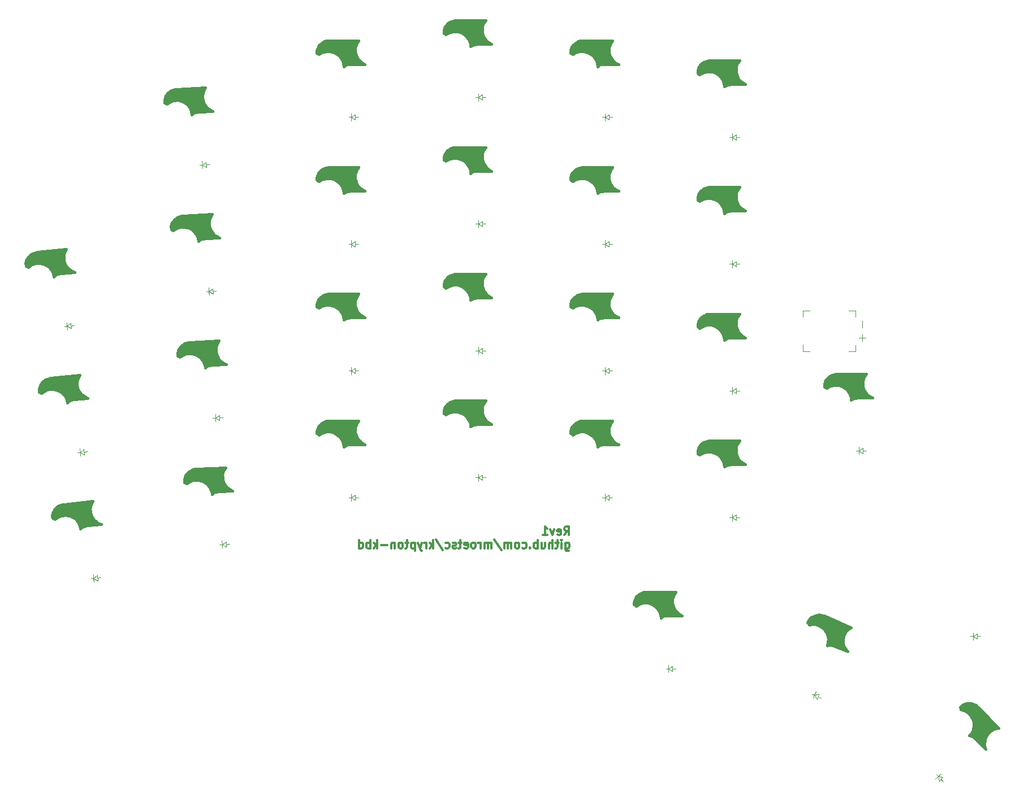
<source format=gbr>
%TF.GenerationSoftware,KiCad,Pcbnew,9.0.0*%
%TF.CreationDate,2025-04-09T21:01:40+02:00*%
%TF.ProjectId,left,6c656674-2e6b-4696-9361-645f70636258,1*%
%TF.SameCoordinates,Original*%
%TF.FileFunction,Legend,Bot*%
%TF.FilePolarity,Positive*%
%FSLAX46Y46*%
G04 Gerber Fmt 4.6, Leading zero omitted, Abs format (unit mm)*
G04 Created by KiCad (PCBNEW 9.0.0) date 2025-04-09 21:01:40*
%MOMM*%
%LPD*%
G01*
G04 APERTURE LIST*
%ADD10C,0.300000*%
%ADD11C,0.400000*%
%ADD12C,0.100000*%
%ADD13C,0.120000*%
G04 APERTURE END LIST*
D10*
X204454792Y-157593319D02*
X204871458Y-156998081D01*
X205169077Y-157593319D02*
X205169077Y-156343319D01*
X205169077Y-156343319D02*
X204692887Y-156343319D01*
X204692887Y-156343319D02*
X204573839Y-156402843D01*
X204573839Y-156402843D02*
X204514316Y-156462367D01*
X204514316Y-156462367D02*
X204454792Y-156581415D01*
X204454792Y-156581415D02*
X204454792Y-156759986D01*
X204454792Y-156759986D02*
X204514316Y-156879034D01*
X204514316Y-156879034D02*
X204573839Y-156938557D01*
X204573839Y-156938557D02*
X204692887Y-156998081D01*
X204692887Y-156998081D02*
X205169077Y-156998081D01*
X203442887Y-157533796D02*
X203561935Y-157593319D01*
X203561935Y-157593319D02*
X203800030Y-157593319D01*
X203800030Y-157593319D02*
X203919077Y-157533796D01*
X203919077Y-157533796D02*
X203978601Y-157414748D01*
X203978601Y-157414748D02*
X203978601Y-156938557D01*
X203978601Y-156938557D02*
X203919077Y-156819510D01*
X203919077Y-156819510D02*
X203800030Y-156759986D01*
X203800030Y-156759986D02*
X203561935Y-156759986D01*
X203561935Y-156759986D02*
X203442887Y-156819510D01*
X203442887Y-156819510D02*
X203383363Y-156938557D01*
X203383363Y-156938557D02*
X203383363Y-157057605D01*
X203383363Y-157057605D02*
X203978601Y-157176653D01*
X202966696Y-156759986D02*
X202669077Y-157593319D01*
X202669077Y-157593319D02*
X202371458Y-156759986D01*
X201240506Y-157593319D02*
X201954791Y-157593319D01*
X201597648Y-157593319D02*
X201597648Y-156343319D01*
X201597648Y-156343319D02*
X201716696Y-156521891D01*
X201716696Y-156521891D02*
X201835744Y-156640938D01*
X201835744Y-156640938D02*
X201954791Y-156700462D01*
X204633363Y-158772416D02*
X204633363Y-159784321D01*
X204633363Y-159784321D02*
X204692887Y-159903368D01*
X204692887Y-159903368D02*
X204752411Y-159962892D01*
X204752411Y-159962892D02*
X204871458Y-160022416D01*
X204871458Y-160022416D02*
X205050030Y-160022416D01*
X205050030Y-160022416D02*
X205169077Y-159962892D01*
X204633363Y-159546226D02*
X204752411Y-159605749D01*
X204752411Y-159605749D02*
X204990506Y-159605749D01*
X204990506Y-159605749D02*
X205109554Y-159546226D01*
X205109554Y-159546226D02*
X205169077Y-159486702D01*
X205169077Y-159486702D02*
X205228601Y-159367654D01*
X205228601Y-159367654D02*
X205228601Y-159010511D01*
X205228601Y-159010511D02*
X205169077Y-158891464D01*
X205169077Y-158891464D02*
X205109554Y-158831940D01*
X205109554Y-158831940D02*
X204990506Y-158772416D01*
X204990506Y-158772416D02*
X204752411Y-158772416D01*
X204752411Y-158772416D02*
X204633363Y-158831940D01*
X204038125Y-159605749D02*
X204038125Y-158772416D01*
X204038125Y-158355749D02*
X204097649Y-158415273D01*
X204097649Y-158415273D02*
X204038125Y-158474797D01*
X204038125Y-158474797D02*
X203978602Y-158415273D01*
X203978602Y-158415273D02*
X204038125Y-158355749D01*
X204038125Y-158355749D02*
X204038125Y-158474797D01*
X203621459Y-158772416D02*
X203145268Y-158772416D01*
X203442887Y-158355749D02*
X203442887Y-159427178D01*
X203442887Y-159427178D02*
X203383364Y-159546226D01*
X203383364Y-159546226D02*
X203264316Y-159605749D01*
X203264316Y-159605749D02*
X203145268Y-159605749D01*
X202728601Y-159605749D02*
X202728601Y-158355749D01*
X202192887Y-159605749D02*
X202192887Y-158950987D01*
X202192887Y-158950987D02*
X202252411Y-158831940D01*
X202252411Y-158831940D02*
X202371459Y-158772416D01*
X202371459Y-158772416D02*
X202550030Y-158772416D01*
X202550030Y-158772416D02*
X202669078Y-158831940D01*
X202669078Y-158831940D02*
X202728601Y-158891464D01*
X201061935Y-158772416D02*
X201061935Y-159605749D01*
X201597649Y-158772416D02*
X201597649Y-159427178D01*
X201597649Y-159427178D02*
X201538126Y-159546226D01*
X201538126Y-159546226D02*
X201419078Y-159605749D01*
X201419078Y-159605749D02*
X201240507Y-159605749D01*
X201240507Y-159605749D02*
X201121459Y-159546226D01*
X201121459Y-159546226D02*
X201061935Y-159486702D01*
X200466697Y-159605749D02*
X200466697Y-158355749D01*
X200466697Y-158831940D02*
X200347650Y-158772416D01*
X200347650Y-158772416D02*
X200109555Y-158772416D01*
X200109555Y-158772416D02*
X199990507Y-158831940D01*
X199990507Y-158831940D02*
X199930983Y-158891464D01*
X199930983Y-158891464D02*
X199871459Y-159010511D01*
X199871459Y-159010511D02*
X199871459Y-159367654D01*
X199871459Y-159367654D02*
X199930983Y-159486702D01*
X199930983Y-159486702D02*
X199990507Y-159546226D01*
X199990507Y-159546226D02*
X200109555Y-159605749D01*
X200109555Y-159605749D02*
X200347650Y-159605749D01*
X200347650Y-159605749D02*
X200466697Y-159546226D01*
X199335745Y-159486702D02*
X199276222Y-159546226D01*
X199276222Y-159546226D02*
X199335745Y-159605749D01*
X199335745Y-159605749D02*
X199395269Y-159546226D01*
X199395269Y-159546226D02*
X199335745Y-159486702D01*
X199335745Y-159486702D02*
X199335745Y-159605749D01*
X198204793Y-159546226D02*
X198323841Y-159605749D01*
X198323841Y-159605749D02*
X198561936Y-159605749D01*
X198561936Y-159605749D02*
X198680984Y-159546226D01*
X198680984Y-159546226D02*
X198740507Y-159486702D01*
X198740507Y-159486702D02*
X198800031Y-159367654D01*
X198800031Y-159367654D02*
X198800031Y-159010511D01*
X198800031Y-159010511D02*
X198740507Y-158891464D01*
X198740507Y-158891464D02*
X198680984Y-158831940D01*
X198680984Y-158831940D02*
X198561936Y-158772416D01*
X198561936Y-158772416D02*
X198323841Y-158772416D01*
X198323841Y-158772416D02*
X198204793Y-158831940D01*
X197490507Y-159605749D02*
X197609555Y-159546226D01*
X197609555Y-159546226D02*
X197669078Y-159486702D01*
X197669078Y-159486702D02*
X197728602Y-159367654D01*
X197728602Y-159367654D02*
X197728602Y-159010511D01*
X197728602Y-159010511D02*
X197669078Y-158891464D01*
X197669078Y-158891464D02*
X197609555Y-158831940D01*
X197609555Y-158831940D02*
X197490507Y-158772416D01*
X197490507Y-158772416D02*
X197311936Y-158772416D01*
X197311936Y-158772416D02*
X197192888Y-158831940D01*
X197192888Y-158831940D02*
X197133364Y-158891464D01*
X197133364Y-158891464D02*
X197073840Y-159010511D01*
X197073840Y-159010511D02*
X197073840Y-159367654D01*
X197073840Y-159367654D02*
X197133364Y-159486702D01*
X197133364Y-159486702D02*
X197192888Y-159546226D01*
X197192888Y-159546226D02*
X197311936Y-159605749D01*
X197311936Y-159605749D02*
X197490507Y-159605749D01*
X196538126Y-159605749D02*
X196538126Y-158772416D01*
X196538126Y-158891464D02*
X196478603Y-158831940D01*
X196478603Y-158831940D02*
X196359555Y-158772416D01*
X196359555Y-158772416D02*
X196180984Y-158772416D01*
X196180984Y-158772416D02*
X196061936Y-158831940D01*
X196061936Y-158831940D02*
X196002412Y-158950987D01*
X196002412Y-158950987D02*
X196002412Y-159605749D01*
X196002412Y-158950987D02*
X195942888Y-158831940D01*
X195942888Y-158831940D02*
X195823841Y-158772416D01*
X195823841Y-158772416D02*
X195645269Y-158772416D01*
X195645269Y-158772416D02*
X195526222Y-158831940D01*
X195526222Y-158831940D02*
X195466698Y-158950987D01*
X195466698Y-158950987D02*
X195466698Y-159605749D01*
X193978602Y-158296226D02*
X195050031Y-159903368D01*
X193561935Y-159605749D02*
X193561935Y-158772416D01*
X193561935Y-158891464D02*
X193502412Y-158831940D01*
X193502412Y-158831940D02*
X193383364Y-158772416D01*
X193383364Y-158772416D02*
X193204793Y-158772416D01*
X193204793Y-158772416D02*
X193085745Y-158831940D01*
X193085745Y-158831940D02*
X193026221Y-158950987D01*
X193026221Y-158950987D02*
X193026221Y-159605749D01*
X193026221Y-158950987D02*
X192966697Y-158831940D01*
X192966697Y-158831940D02*
X192847650Y-158772416D01*
X192847650Y-158772416D02*
X192669078Y-158772416D01*
X192669078Y-158772416D02*
X192550031Y-158831940D01*
X192550031Y-158831940D02*
X192490507Y-158950987D01*
X192490507Y-158950987D02*
X192490507Y-159605749D01*
X191895268Y-159605749D02*
X191895268Y-158772416D01*
X191895268Y-159010511D02*
X191835745Y-158891464D01*
X191835745Y-158891464D02*
X191776221Y-158831940D01*
X191776221Y-158831940D02*
X191657173Y-158772416D01*
X191657173Y-158772416D02*
X191538126Y-158772416D01*
X190942887Y-159605749D02*
X191061935Y-159546226D01*
X191061935Y-159546226D02*
X191121458Y-159486702D01*
X191121458Y-159486702D02*
X191180982Y-159367654D01*
X191180982Y-159367654D02*
X191180982Y-159010511D01*
X191180982Y-159010511D02*
X191121458Y-158891464D01*
X191121458Y-158891464D02*
X191061935Y-158831940D01*
X191061935Y-158831940D02*
X190942887Y-158772416D01*
X190942887Y-158772416D02*
X190764316Y-158772416D01*
X190764316Y-158772416D02*
X190645268Y-158831940D01*
X190645268Y-158831940D02*
X190585744Y-158891464D01*
X190585744Y-158891464D02*
X190526220Y-159010511D01*
X190526220Y-159010511D02*
X190526220Y-159367654D01*
X190526220Y-159367654D02*
X190585744Y-159486702D01*
X190585744Y-159486702D02*
X190645268Y-159546226D01*
X190645268Y-159546226D02*
X190764316Y-159605749D01*
X190764316Y-159605749D02*
X190942887Y-159605749D01*
X189514316Y-159546226D02*
X189633364Y-159605749D01*
X189633364Y-159605749D02*
X189871459Y-159605749D01*
X189871459Y-159605749D02*
X189990506Y-159546226D01*
X189990506Y-159546226D02*
X190050030Y-159427178D01*
X190050030Y-159427178D02*
X190050030Y-158950987D01*
X190050030Y-158950987D02*
X189990506Y-158831940D01*
X189990506Y-158831940D02*
X189871459Y-158772416D01*
X189871459Y-158772416D02*
X189633364Y-158772416D01*
X189633364Y-158772416D02*
X189514316Y-158831940D01*
X189514316Y-158831940D02*
X189454792Y-158950987D01*
X189454792Y-158950987D02*
X189454792Y-159070035D01*
X189454792Y-159070035D02*
X190050030Y-159189083D01*
X189097649Y-158772416D02*
X188621458Y-158772416D01*
X188919077Y-158355749D02*
X188919077Y-159427178D01*
X188919077Y-159427178D02*
X188859554Y-159546226D01*
X188859554Y-159546226D02*
X188740506Y-159605749D01*
X188740506Y-159605749D02*
X188621458Y-159605749D01*
X188264315Y-159546226D02*
X188145268Y-159605749D01*
X188145268Y-159605749D02*
X187907172Y-159605749D01*
X187907172Y-159605749D02*
X187788125Y-159546226D01*
X187788125Y-159546226D02*
X187728601Y-159427178D01*
X187728601Y-159427178D02*
X187728601Y-159367654D01*
X187728601Y-159367654D02*
X187788125Y-159248606D01*
X187788125Y-159248606D02*
X187907172Y-159189083D01*
X187907172Y-159189083D02*
X188085744Y-159189083D01*
X188085744Y-159189083D02*
X188204791Y-159129559D01*
X188204791Y-159129559D02*
X188264315Y-159010511D01*
X188264315Y-159010511D02*
X188264315Y-158950987D01*
X188264315Y-158950987D02*
X188204791Y-158831940D01*
X188204791Y-158831940D02*
X188085744Y-158772416D01*
X188085744Y-158772416D02*
X187907172Y-158772416D01*
X187907172Y-158772416D02*
X187788125Y-158831940D01*
X186657172Y-159546226D02*
X186776220Y-159605749D01*
X186776220Y-159605749D02*
X187014315Y-159605749D01*
X187014315Y-159605749D02*
X187133363Y-159546226D01*
X187133363Y-159546226D02*
X187192886Y-159486702D01*
X187192886Y-159486702D02*
X187252410Y-159367654D01*
X187252410Y-159367654D02*
X187252410Y-159010511D01*
X187252410Y-159010511D02*
X187192886Y-158891464D01*
X187192886Y-158891464D02*
X187133363Y-158831940D01*
X187133363Y-158831940D02*
X187014315Y-158772416D01*
X187014315Y-158772416D02*
X186776220Y-158772416D01*
X186776220Y-158772416D02*
X186657172Y-158831940D01*
X185228600Y-158296226D02*
X186300029Y-159903368D01*
X184811933Y-159605749D02*
X184811933Y-158355749D01*
X184692886Y-159129559D02*
X184335743Y-159605749D01*
X184335743Y-158772416D02*
X184811933Y-159248606D01*
X183800028Y-159605749D02*
X183800028Y-158772416D01*
X183800028Y-159010511D02*
X183740505Y-158891464D01*
X183740505Y-158891464D02*
X183680981Y-158831940D01*
X183680981Y-158831940D02*
X183561933Y-158772416D01*
X183561933Y-158772416D02*
X183442886Y-158772416D01*
X183145266Y-158772416D02*
X182847647Y-159605749D01*
X182550028Y-158772416D02*
X182847647Y-159605749D01*
X182847647Y-159605749D02*
X182966695Y-159903368D01*
X182966695Y-159903368D02*
X183026218Y-159962892D01*
X183026218Y-159962892D02*
X183145266Y-160022416D01*
X182073837Y-158772416D02*
X182073837Y-160022416D01*
X182073837Y-158831940D02*
X181954790Y-158772416D01*
X181954790Y-158772416D02*
X181716695Y-158772416D01*
X181716695Y-158772416D02*
X181597647Y-158831940D01*
X181597647Y-158831940D02*
X181538123Y-158891464D01*
X181538123Y-158891464D02*
X181478599Y-159010511D01*
X181478599Y-159010511D02*
X181478599Y-159367654D01*
X181478599Y-159367654D02*
X181538123Y-159486702D01*
X181538123Y-159486702D02*
X181597647Y-159546226D01*
X181597647Y-159546226D02*
X181716695Y-159605749D01*
X181716695Y-159605749D02*
X181954790Y-159605749D01*
X181954790Y-159605749D02*
X182073837Y-159546226D01*
X181121457Y-158772416D02*
X180645266Y-158772416D01*
X180942885Y-158355749D02*
X180942885Y-159427178D01*
X180942885Y-159427178D02*
X180883362Y-159546226D01*
X180883362Y-159546226D02*
X180764314Y-159605749D01*
X180764314Y-159605749D02*
X180645266Y-159605749D01*
X180050028Y-159605749D02*
X180169076Y-159546226D01*
X180169076Y-159546226D02*
X180228599Y-159486702D01*
X180228599Y-159486702D02*
X180288123Y-159367654D01*
X180288123Y-159367654D02*
X180288123Y-159010511D01*
X180288123Y-159010511D02*
X180228599Y-158891464D01*
X180228599Y-158891464D02*
X180169076Y-158831940D01*
X180169076Y-158831940D02*
X180050028Y-158772416D01*
X180050028Y-158772416D02*
X179871457Y-158772416D01*
X179871457Y-158772416D02*
X179752409Y-158831940D01*
X179752409Y-158831940D02*
X179692885Y-158891464D01*
X179692885Y-158891464D02*
X179633361Y-159010511D01*
X179633361Y-159010511D02*
X179633361Y-159367654D01*
X179633361Y-159367654D02*
X179692885Y-159486702D01*
X179692885Y-159486702D02*
X179752409Y-159546226D01*
X179752409Y-159546226D02*
X179871457Y-159605749D01*
X179871457Y-159605749D02*
X180050028Y-159605749D01*
X179097647Y-158772416D02*
X179097647Y-159605749D01*
X179097647Y-158891464D02*
X179038124Y-158831940D01*
X179038124Y-158831940D02*
X178919076Y-158772416D01*
X178919076Y-158772416D02*
X178740505Y-158772416D01*
X178740505Y-158772416D02*
X178621457Y-158831940D01*
X178621457Y-158831940D02*
X178561933Y-158950987D01*
X178561933Y-158950987D02*
X178561933Y-159605749D01*
X177966695Y-159129559D02*
X177014315Y-159129559D01*
X176419076Y-159605749D02*
X176419076Y-158355749D01*
X176300029Y-159129559D02*
X175942886Y-159605749D01*
X175942886Y-158772416D02*
X176419076Y-159248606D01*
X175407171Y-159605749D02*
X175407171Y-158355749D01*
X175407171Y-158831940D02*
X175288124Y-158772416D01*
X175288124Y-158772416D02*
X175050029Y-158772416D01*
X175050029Y-158772416D02*
X174930981Y-158831940D01*
X174930981Y-158831940D02*
X174871457Y-158891464D01*
X174871457Y-158891464D02*
X174811933Y-159010511D01*
X174811933Y-159010511D02*
X174811933Y-159367654D01*
X174811933Y-159367654D02*
X174871457Y-159486702D01*
X174871457Y-159486702D02*
X174930981Y-159546226D01*
X174930981Y-159546226D02*
X175050029Y-159605749D01*
X175050029Y-159605749D02*
X175288124Y-159605749D01*
X175288124Y-159605749D02*
X175407171Y-159546226D01*
X173740505Y-159605749D02*
X173740505Y-158355749D01*
X173740505Y-159546226D02*
X173859553Y-159605749D01*
X173859553Y-159605749D02*
X174097648Y-159605749D01*
X174097648Y-159605749D02*
X174216696Y-159546226D01*
X174216696Y-159546226D02*
X174276219Y-159486702D01*
X174276219Y-159486702D02*
X174335743Y-159367654D01*
X174335743Y-159367654D02*
X174335743Y-159010511D01*
X174335743Y-159010511D02*
X174276219Y-158891464D01*
X174276219Y-158891464D02*
X174216696Y-158831940D01*
X174216696Y-158831940D02*
X174097648Y-158772416D01*
X174097648Y-158772416D02*
X173859553Y-158772416D01*
X173859553Y-158772416D02*
X173740505Y-158831940D01*
D11*
%TO.C,S13*%
X192669992Y-118499996D02*
X192369992Y-118949996D01*
X192219992Y-119349996D01*
X192169992Y-119599996D01*
X192169994Y-119949997D01*
X192169992Y-120249996D01*
X192269992Y-120649996D01*
X192419992Y-120999996D01*
X192569992Y-121249995D01*
X192869992Y-121599996D01*
X193119992Y-121799996D01*
X193569992Y-122049996D01*
X191519992Y-122049996D01*
X191019992Y-122099996D01*
X190669991Y-122199996D01*
X190419991Y-122399990D01*
X190369992Y-121949996D01*
X190169992Y-121399996D01*
X189769992Y-120849996D01*
X189469992Y-120599996D01*
X188969992Y-120299996D01*
X188369992Y-120149996D01*
X187869993Y-120149996D01*
X187419993Y-120249996D01*
X187169992Y-120349996D01*
X186719992Y-120599996D01*
X186569992Y-120499996D01*
X186419992Y-120399996D01*
X186419992Y-119999996D01*
X186519992Y-119599996D01*
X186669992Y-119349996D01*
X186819996Y-119149996D01*
X186969992Y-118999996D01*
X187169992Y-118849996D01*
X187319992Y-118749996D01*
X187519992Y-118649996D01*
X187819992Y-118549996D01*
X188119992Y-118499996D01*
X188319992Y-118499995D01*
X192669992Y-118499996D01*
G36*
X192669992Y-118499996D02*
G01*
X192369992Y-118949996D01*
X192219992Y-119349996D01*
X192169992Y-119599996D01*
X192169994Y-119949997D01*
X192169992Y-120249996D01*
X192269992Y-120649996D01*
X192419992Y-120999996D01*
X192569992Y-121249995D01*
X192869992Y-121599996D01*
X193119992Y-121799996D01*
X193569992Y-122049996D01*
X191519992Y-122049996D01*
X191019992Y-122099996D01*
X190669991Y-122199996D01*
X190419991Y-122399990D01*
X190369992Y-121949996D01*
X190169992Y-121399996D01*
X189769992Y-120849996D01*
X189469992Y-120599996D01*
X188969992Y-120299996D01*
X188369992Y-120149996D01*
X187869993Y-120149996D01*
X187419993Y-120249996D01*
X187169992Y-120349996D01*
X186719992Y-120599996D01*
X186569992Y-120499996D01*
X186419992Y-120399996D01*
X186419992Y-119999996D01*
X186519992Y-119599996D01*
X186669992Y-119349996D01*
X186819996Y-119149996D01*
X186969992Y-118999996D01*
X187169992Y-118849996D01*
X187319992Y-118749996D01*
X187519992Y-118649996D01*
X187819992Y-118549996D01*
X188119992Y-118499996D01*
X188319992Y-118499995D01*
X192669992Y-118499996D01*
G37*
%TO.C,S25*%
X221169996Y-166150005D02*
X220869996Y-166600005D01*
X220719996Y-167000005D01*
X220669996Y-167250005D01*
X220669998Y-167600006D01*
X220669996Y-167900005D01*
X220769996Y-168300005D01*
X220919996Y-168650005D01*
X221069996Y-168900004D01*
X221369996Y-169250005D01*
X221619996Y-169450005D01*
X222069996Y-169700005D01*
X220019996Y-169700005D01*
X219519996Y-169750005D01*
X219169995Y-169850005D01*
X218919995Y-170049999D01*
X218869996Y-169600005D01*
X218669996Y-169050005D01*
X218269996Y-168500005D01*
X217969996Y-168250005D01*
X217469996Y-167950005D01*
X216869996Y-167800005D01*
X216369997Y-167800005D01*
X215919997Y-167900005D01*
X215669996Y-168000005D01*
X215219996Y-168250005D01*
X215069996Y-168150005D01*
X214919996Y-168050005D01*
X214919996Y-167650005D01*
X215019996Y-167250005D01*
X215169996Y-167000005D01*
X215320000Y-166800005D01*
X215469996Y-166650005D01*
X215669996Y-166500005D01*
X215819996Y-166400005D01*
X216019996Y-166300005D01*
X216319996Y-166200005D01*
X216619996Y-166150005D01*
X216819996Y-166150004D01*
X221169996Y-166150005D01*
G36*
X221169996Y-166150005D02*
G01*
X220869996Y-166600005D01*
X220719996Y-167000005D01*
X220669996Y-167250005D01*
X220669998Y-167600006D01*
X220669996Y-167900005D01*
X220769996Y-168300005D01*
X220919996Y-168650005D01*
X221069996Y-168900004D01*
X221369996Y-169250005D01*
X221619996Y-169450005D01*
X222069996Y-169700005D01*
X220019996Y-169700005D01*
X219519996Y-169750005D01*
X219169995Y-169850005D01*
X218919995Y-170049999D01*
X218869996Y-169600005D01*
X218669996Y-169050005D01*
X218269996Y-168500005D01*
X217969996Y-168250005D01*
X217469996Y-167950005D01*
X216869996Y-167800005D01*
X216369997Y-167800005D01*
X215919997Y-167900005D01*
X215669996Y-168000005D01*
X215219996Y-168250005D01*
X215069996Y-168150005D01*
X214919996Y-168050005D01*
X214919996Y-167650005D01*
X215019996Y-167250005D01*
X215169996Y-167000005D01*
X215320000Y-166800005D01*
X215469996Y-166650005D01*
X215669996Y-166500005D01*
X215819996Y-166400005D01*
X216019996Y-166300005D01*
X216319996Y-166200005D01*
X216619996Y-166150005D01*
X216819996Y-166150004D01*
X221169996Y-166150005D01*
G37*
D12*
%TO.C,D9*%
X172170000Y-133000004D02*
X172570000Y-133000004D01*
X172570000Y-133000004D02*
X172570000Y-133550008D01*
X172570000Y-133000004D02*
X172570002Y-132450003D01*
X172570000Y-133000004D02*
X173170000Y-132600004D01*
X173170000Y-132600004D02*
X173170000Y-133400004D01*
X173170000Y-133000004D02*
X173670000Y-133000004D01*
X173170000Y-133400004D02*
X172570000Y-133000004D01*
D11*
%TO.C,S3*%
X129627271Y-115249063D02*
X129519906Y-115662552D01*
X129496312Y-115916409D01*
X129532898Y-116264491D01*
X129564255Y-116562849D01*
X129705519Y-116950204D01*
X129891279Y-117282607D01*
X130066592Y-117515558D01*
X130401534Y-117832285D01*
X130671070Y-118005059D01*
X131144737Y-118206647D01*
X129105967Y-118420932D01*
X128613933Y-118522921D01*
X128276302Y-118658958D01*
X128048578Y-118883995D01*
X127951813Y-118441686D01*
X127695419Y-117915605D01*
X127240120Y-117410429D01*
X126915631Y-117193157D01*
X126387012Y-116947065D01*
X125774619Y-116860604D01*
X125277358Y-116912869D01*
X124840276Y-117059358D01*
X124602099Y-117184942D01*
X124180696Y-117480611D01*
X124021065Y-117396838D01*
X123861434Y-117313065D01*
X123819622Y-116915256D01*
X123877263Y-116506994D01*
X124000309Y-116242684D01*
X124128582Y-116028093D01*
X124262081Y-115863244D01*
X124445306Y-115693160D01*
X124584031Y-115578028D01*
X124772483Y-115457670D01*
X125060387Y-115326859D01*
X125353518Y-115245775D01*
X125552421Y-115224864D01*
X129878591Y-114770170D01*
X129627271Y-115249063D01*
G36*
X129627271Y-115249063D02*
G01*
X129519906Y-115662552D01*
X129496312Y-115916409D01*
X129532898Y-116264491D01*
X129564255Y-116562849D01*
X129705519Y-116950204D01*
X129891279Y-117282607D01*
X130066592Y-117515558D01*
X130401534Y-117832285D01*
X130671070Y-118005059D01*
X131144737Y-118206647D01*
X129105967Y-118420932D01*
X128613933Y-118522921D01*
X128276302Y-118658958D01*
X128048578Y-118883995D01*
X127951813Y-118441686D01*
X127695419Y-117915605D01*
X127240120Y-117410429D01*
X126915631Y-117193157D01*
X126387012Y-116947065D01*
X125774619Y-116860604D01*
X125277358Y-116912869D01*
X124840276Y-117059358D01*
X124602099Y-117184942D01*
X124180696Y-117480611D01*
X124021065Y-117396838D01*
X123861434Y-117313065D01*
X123819622Y-116915256D01*
X123877263Y-116506994D01*
X124000309Y-116242684D01*
X124128582Y-116028093D01*
X124262081Y-115863244D01*
X124445306Y-115693160D01*
X124584031Y-115578028D01*
X124772483Y-115457670D01*
X125060387Y-115326859D01*
X125353518Y-115245775D01*
X125552421Y-115224864D01*
X129878591Y-114770170D01*
X129627271Y-115249063D01*
G37*
D12*
%TO.C,D19*%
X210169994Y-95000008D02*
X210569994Y-95000008D01*
X210569994Y-95000008D02*
X210569994Y-95550012D01*
X210569994Y-95000008D02*
X210569996Y-94450007D01*
X210569994Y-95000008D02*
X211169994Y-94600008D01*
X211169994Y-94600008D02*
X211169994Y-95400008D01*
X211169994Y-95000008D02*
X211669994Y-95000008D01*
X211169994Y-95400008D02*
X210569994Y-95000008D01*
%TO.C,D17*%
X210169992Y-132999993D02*
X210569992Y-132999993D01*
X210569992Y-132999993D02*
X210569992Y-133549997D01*
X210569992Y-132999993D02*
X210569994Y-132449992D01*
X210569992Y-132999993D02*
X211169992Y-132599993D01*
X211169992Y-132599993D02*
X211169992Y-133399993D01*
X211169992Y-132999993D02*
X211669992Y-132999993D01*
X211169992Y-133399993D02*
X210569992Y-132999993D01*
%TO.C,D4*%
X152824060Y-159068283D02*
X153223512Y-159047349D01*
X153223512Y-159047349D02*
X153194727Y-158498102D01*
X153223512Y-159047349D02*
X153252296Y-159596599D01*
X153223512Y-159047349D02*
X153801755Y-158616495D01*
X153801755Y-158616495D02*
X153843624Y-159415398D01*
X153822689Y-159015947D02*
X154322004Y-158989779D01*
X153843624Y-159415398D02*
X153223512Y-159047349D01*
D11*
%TO.C,S5*%
X152449716Y-128996657D02*
X152320856Y-129403959D01*
X152284008Y-129656234D01*
X152302327Y-130005754D01*
X152318026Y-130305343D01*
X152438824Y-130699561D01*
X152606936Y-131041231D01*
X152769814Y-131283038D01*
X153087722Y-131616857D01*
X153347845Y-131803505D01*
X153810313Y-132029606D01*
X151763122Y-132136894D01*
X151266424Y-132212994D01*
X150922136Y-132331174D01*
X150682947Y-132543982D01*
X150609465Y-132097218D01*
X150380954Y-131558439D01*
X149952717Y-131030127D01*
X149640044Y-130796170D01*
X149125029Y-130522749D01*
X148518001Y-130404356D01*
X148018686Y-130430525D01*
X147574536Y-130553939D01*
X147330115Y-130666885D01*
X146893813Y-130940094D01*
X146738785Y-130848081D01*
X146583757Y-130756069D01*
X146562823Y-130356617D01*
X146641751Y-129951932D01*
X146778462Y-129694423D01*
X146917793Y-129486847D01*
X147059733Y-129329203D01*
X147251609Y-129168941D01*
X147396169Y-129061228D01*
X147590662Y-128950898D01*
X147885017Y-128835334D01*
X148181989Y-128769702D01*
X148381715Y-128759234D01*
X152725753Y-128531573D01*
X152449716Y-128996657D01*
G36*
X152449716Y-128996657D02*
G01*
X152320856Y-129403959D01*
X152284008Y-129656234D01*
X152302327Y-130005754D01*
X152318026Y-130305343D01*
X152438824Y-130699561D01*
X152606936Y-131041231D01*
X152769814Y-131283038D01*
X153087722Y-131616857D01*
X153347845Y-131803505D01*
X153810313Y-132029606D01*
X151763122Y-132136894D01*
X151266424Y-132212994D01*
X150922136Y-132331174D01*
X150682947Y-132543982D01*
X150609465Y-132097218D01*
X150380954Y-131558439D01*
X149952717Y-131030127D01*
X149640044Y-130796170D01*
X149125029Y-130522749D01*
X148518001Y-130404356D01*
X148018686Y-130430525D01*
X147574536Y-130553939D01*
X147330115Y-130666885D01*
X146893813Y-130940094D01*
X146738785Y-130848081D01*
X146583757Y-130756069D01*
X146562823Y-130356617D01*
X146641751Y-129951932D01*
X146778462Y-129694423D01*
X146917793Y-129486847D01*
X147059733Y-129329203D01*
X147251609Y-129168941D01*
X147396169Y-129061228D01*
X147590662Y-128950898D01*
X147885017Y-128835334D01*
X148181989Y-128769702D01*
X148381715Y-128759234D01*
X152725753Y-128531573D01*
X152449716Y-128996657D01*
G37*
D12*
%TO.C,D18*%
X210169994Y-113999999D02*
X210569994Y-113999999D01*
X210569994Y-113999999D02*
X210569994Y-114550003D01*
X210569994Y-113999999D02*
X210569996Y-113449998D01*
X210569994Y-113999999D02*
X211169994Y-113599999D01*
X211169994Y-113599999D02*
X211169994Y-114399999D01*
X211169994Y-113999999D02*
X211669994Y-113999999D01*
X211169994Y-114399999D02*
X210569994Y-113999999D01*
%TO.C,D21*%
X229169991Y-136000001D02*
X229569991Y-136000001D01*
X229569991Y-136000001D02*
X229569991Y-136550005D01*
X229569991Y-136000001D02*
X229569993Y-135450000D01*
X229569991Y-136000001D02*
X230169991Y-135600001D01*
X230169991Y-135600001D02*
X230169991Y-136400001D01*
X230169991Y-136000001D02*
X230669991Y-136000001D01*
X230169991Y-136400001D02*
X229569991Y-136000001D01*
D11*
%TO.C,S4*%
X153444100Y-147970621D02*
X153315240Y-148377923D01*
X153278392Y-148630198D01*
X153296711Y-148979718D01*
X153312410Y-149279307D01*
X153433208Y-149673525D01*
X153601320Y-150015195D01*
X153764198Y-150257002D01*
X154082106Y-150590821D01*
X154342229Y-150777469D01*
X154804697Y-151003570D01*
X152757506Y-151110858D01*
X152260808Y-151186958D01*
X151916520Y-151305138D01*
X151677331Y-151517946D01*
X151603849Y-151071182D01*
X151375338Y-150532403D01*
X150947101Y-150004091D01*
X150634428Y-149770134D01*
X150119413Y-149496713D01*
X149512385Y-149378320D01*
X149013070Y-149404489D01*
X148568920Y-149527903D01*
X148324499Y-149640849D01*
X147888197Y-149914058D01*
X147733169Y-149822045D01*
X147578141Y-149730033D01*
X147557207Y-149330581D01*
X147636135Y-148925896D01*
X147772846Y-148668387D01*
X147912177Y-148460811D01*
X148054117Y-148303167D01*
X148245993Y-148142905D01*
X148390553Y-148035192D01*
X148585046Y-147924862D01*
X148879401Y-147809298D01*
X149176373Y-147743666D01*
X149376099Y-147733198D01*
X153720137Y-147505537D01*
X153444100Y-147970621D01*
G36*
X153444100Y-147970621D02*
G01*
X153315240Y-148377923D01*
X153278392Y-148630198D01*
X153296711Y-148979718D01*
X153312410Y-149279307D01*
X153433208Y-149673525D01*
X153601320Y-150015195D01*
X153764198Y-150257002D01*
X154082106Y-150590821D01*
X154342229Y-150777469D01*
X154804697Y-151003570D01*
X152757506Y-151110858D01*
X152260808Y-151186958D01*
X151916520Y-151305138D01*
X151677331Y-151517946D01*
X151603849Y-151071182D01*
X151375338Y-150532403D01*
X150947101Y-150004091D01*
X150634428Y-149770134D01*
X150119413Y-149496713D01*
X149512385Y-149378320D01*
X149013070Y-149404489D01*
X148568920Y-149527903D01*
X148324499Y-149640849D01*
X147888197Y-149914058D01*
X147733169Y-149822045D01*
X147578141Y-149730033D01*
X147557207Y-149330581D01*
X147636135Y-148925896D01*
X147772846Y-148668387D01*
X147912177Y-148460811D01*
X148054117Y-148303167D01*
X148245993Y-148142905D01*
X148390553Y-148035192D01*
X148585046Y-147924862D01*
X148879401Y-147809298D01*
X149176373Y-147743666D01*
X149376099Y-147733198D01*
X153720137Y-147505537D01*
X153444100Y-147970621D01*
G37*
%TO.C,S27*%
X265151173Y-182843454D02*
X265398006Y-182883123D01*
X265574138Y-182921558D01*
X265785004Y-182995960D01*
X266065335Y-183142296D01*
X266309700Y-183323365D01*
X266448632Y-183467233D01*
X269470395Y-186596361D01*
X268938295Y-186693156D01*
X268546360Y-186863118D01*
X268331793Y-187000816D01*
X268080024Y-187243946D01*
X267864221Y-187452344D01*
X267645952Y-187802141D01*
X267498381Y-188153172D01*
X267422745Y-188434738D01*
X267379374Y-188893670D01*
X267409170Y-189212437D01*
X267541932Y-189709804D01*
X266117882Y-188235158D01*
X265734586Y-187910221D01*
X265419521Y-187727918D01*
X265101989Y-187687015D01*
X265390959Y-187338451D01*
X265647664Y-186812520D01*
X265765437Y-186142722D01*
X265736875Y-185753257D01*
X265605342Y-185185189D01*
X265296455Y-184649386D01*
X264949125Y-184289716D01*
X264564594Y-184035480D01*
X264318996Y-183925112D01*
X263826565Y-183775072D01*
X263794300Y-183597705D01*
X263762035Y-183420339D01*
X264049771Y-183142474D01*
X264406973Y-182936546D01*
X264691006Y-182870782D01*
X264939074Y-182839749D01*
X265151173Y-182843454D01*
G36*
X265151173Y-182843454D02*
G01*
X265398006Y-182883123D01*
X265574138Y-182921558D01*
X265785004Y-182995960D01*
X266065335Y-183142296D01*
X266309700Y-183323365D01*
X266448632Y-183467233D01*
X269470395Y-186596361D01*
X268938295Y-186693156D01*
X268546360Y-186863118D01*
X268331793Y-187000816D01*
X268080024Y-187243946D01*
X267864221Y-187452344D01*
X267645952Y-187802141D01*
X267498381Y-188153172D01*
X267422745Y-188434738D01*
X267379374Y-188893670D01*
X267409170Y-189212437D01*
X267541932Y-189709804D01*
X266117882Y-188235158D01*
X265734586Y-187910221D01*
X265419521Y-187727918D01*
X265101989Y-187687015D01*
X265390959Y-187338451D01*
X265647664Y-186812520D01*
X265765437Y-186142722D01*
X265736875Y-185753257D01*
X265605342Y-185185189D01*
X265296455Y-184649386D01*
X264949125Y-184289716D01*
X264564594Y-184035480D01*
X264318996Y-183925112D01*
X263826565Y-183775072D01*
X263794300Y-183597705D01*
X263762035Y-183420339D01*
X264049771Y-183142474D01*
X264406973Y-182936546D01*
X264691006Y-182870782D01*
X264939074Y-182839749D01*
X265151173Y-182843454D01*
G37*
%TO.C,S14*%
X192669994Y-99500000D02*
X192369994Y-99950000D01*
X192219994Y-100350000D01*
X192169994Y-100600000D01*
X192169996Y-100950001D01*
X192169994Y-101250000D01*
X192269994Y-101650000D01*
X192419994Y-102000000D01*
X192569994Y-102249999D01*
X192869994Y-102600000D01*
X193119994Y-102800000D01*
X193569994Y-103050000D01*
X191519994Y-103050000D01*
X191019994Y-103100000D01*
X190669993Y-103200000D01*
X190419993Y-103399994D01*
X190369994Y-102950000D01*
X190169994Y-102400000D01*
X189769994Y-101850000D01*
X189469994Y-101600000D01*
X188969994Y-101300000D01*
X188369994Y-101150000D01*
X187869995Y-101150000D01*
X187419995Y-101250000D01*
X187169994Y-101350000D01*
X186719994Y-101600000D01*
X186569994Y-101500000D01*
X186419994Y-101400000D01*
X186419994Y-101000000D01*
X186519994Y-100600000D01*
X186669994Y-100350000D01*
X186819998Y-100150000D01*
X186969994Y-100000000D01*
X187169994Y-99850000D01*
X187319994Y-99750000D01*
X187519994Y-99650000D01*
X187819994Y-99550000D01*
X188119994Y-99500000D01*
X188319994Y-99499999D01*
X192669994Y-99500000D01*
G36*
X192669994Y-99500000D02*
G01*
X192369994Y-99950000D01*
X192219994Y-100350000D01*
X192169994Y-100600000D01*
X192169996Y-100950001D01*
X192169994Y-101250000D01*
X192269994Y-101650000D01*
X192419994Y-102000000D01*
X192569994Y-102249999D01*
X192869994Y-102600000D01*
X193119994Y-102800000D01*
X193569994Y-103050000D01*
X191519994Y-103050000D01*
X191019994Y-103100000D01*
X190669993Y-103200000D01*
X190419993Y-103399994D01*
X190369994Y-102950000D01*
X190169994Y-102400000D01*
X189769994Y-101850000D01*
X189469994Y-101600000D01*
X188969994Y-101300000D01*
X188369994Y-101150000D01*
X187869995Y-101150000D01*
X187419995Y-101250000D01*
X187169994Y-101350000D01*
X186719994Y-101600000D01*
X186569994Y-101500000D01*
X186419994Y-101400000D01*
X186419994Y-101000000D01*
X186519994Y-100600000D01*
X186669994Y-100350000D01*
X186819998Y-100150000D01*
X186969994Y-100000000D01*
X187169994Y-99850000D01*
X187319994Y-99750000D01*
X187519994Y-99650000D01*
X187819994Y-99550000D01*
X188119994Y-99500000D01*
X188319994Y-99499999D01*
X192669994Y-99500000D01*
G37*
D12*
%TO.C,D13*%
X191169995Y-129999998D02*
X191569995Y-129999998D01*
X191569995Y-129999998D02*
X191569995Y-130550002D01*
X191569995Y-129999998D02*
X191569997Y-129449997D01*
X191569995Y-129999998D02*
X192169995Y-129599998D01*
X192169995Y-129599998D02*
X192169995Y-130399998D01*
X192169995Y-129999998D02*
X192669995Y-129999998D01*
X192169995Y-130399998D02*
X191569995Y-129999998D01*
D11*
%TO.C,S7*%
X150460952Y-91048745D02*
X150332092Y-91456047D01*
X150295244Y-91708322D01*
X150313563Y-92057842D01*
X150329262Y-92357431D01*
X150450060Y-92751649D01*
X150618172Y-93093319D01*
X150781050Y-93335126D01*
X151098958Y-93668945D01*
X151359081Y-93855593D01*
X151821549Y-94081694D01*
X149774358Y-94188982D01*
X149277660Y-94265082D01*
X148933372Y-94383262D01*
X148694183Y-94596070D01*
X148620701Y-94149306D01*
X148392190Y-93610527D01*
X147963953Y-93082215D01*
X147651280Y-92848258D01*
X147136265Y-92574837D01*
X146529237Y-92456444D01*
X146029922Y-92482613D01*
X145585772Y-92606027D01*
X145341351Y-92718973D01*
X144905049Y-92992182D01*
X144750021Y-92900169D01*
X144594993Y-92808157D01*
X144574059Y-92408705D01*
X144652987Y-92004020D01*
X144789698Y-91746511D01*
X144929029Y-91538935D01*
X145070969Y-91381291D01*
X145262845Y-91221029D01*
X145407405Y-91113316D01*
X145601898Y-91002986D01*
X145896253Y-90887422D01*
X146193225Y-90821790D01*
X146392951Y-90811322D01*
X150736989Y-90583661D01*
X150460952Y-91048745D01*
G36*
X150460952Y-91048745D02*
G01*
X150332092Y-91456047D01*
X150295244Y-91708322D01*
X150313563Y-92057842D01*
X150329262Y-92357431D01*
X150450060Y-92751649D01*
X150618172Y-93093319D01*
X150781050Y-93335126D01*
X151098958Y-93668945D01*
X151359081Y-93855593D01*
X151821549Y-94081694D01*
X149774358Y-94188982D01*
X149277660Y-94265082D01*
X148933372Y-94383262D01*
X148694183Y-94596070D01*
X148620701Y-94149306D01*
X148392190Y-93610527D01*
X147963953Y-93082215D01*
X147651280Y-92848258D01*
X147136265Y-92574837D01*
X146529237Y-92456444D01*
X146029922Y-92482613D01*
X145585772Y-92606027D01*
X145341351Y-92718973D01*
X144905049Y-92992182D01*
X144750021Y-92900169D01*
X144594993Y-92808157D01*
X144574059Y-92408705D01*
X144652987Y-92004020D01*
X144789698Y-91746511D01*
X144929029Y-91538935D01*
X145070969Y-91381291D01*
X145262845Y-91221029D01*
X145407405Y-91113316D01*
X145601898Y-91002986D01*
X145896253Y-90887422D01*
X146193225Y-90821790D01*
X146392951Y-90811322D01*
X150736989Y-90583661D01*
X150460952Y-91048745D01*
G37*
D12*
%TO.C,D25*%
X219669991Y-177650000D02*
X220069991Y-177650000D01*
X220069991Y-177650000D02*
X220069991Y-178200004D01*
X220069991Y-177650000D02*
X220069993Y-177099999D01*
X220069991Y-177650000D02*
X220669991Y-177250000D01*
X220669991Y-177250000D02*
X220669991Y-178050000D01*
X220669991Y-177650000D02*
X221169991Y-177650000D01*
X220669991Y-178050000D02*
X220069991Y-177650000D01*
%TO.C,D8*%
X172169989Y-152000000D02*
X172569989Y-152000000D01*
X172569989Y-152000000D02*
X172569989Y-152550004D01*
X172569989Y-152000000D02*
X172569991Y-151449999D01*
X172569989Y-152000000D02*
X173169989Y-151600000D01*
X173169989Y-151600000D02*
X173169989Y-152400000D01*
X173169989Y-152000000D02*
X173669989Y-152000000D01*
X173169989Y-152400000D02*
X172569989Y-152000000D01*
%TO.C,D27*%
X260156002Y-193505919D02*
X260433865Y-193793656D01*
X260433865Y-193793656D02*
X260038229Y-194175717D01*
X260433865Y-193793656D02*
X260829502Y-193411593D01*
X260433865Y-193793656D02*
X261138397Y-193947396D01*
X260562925Y-194503122D02*
X260433865Y-193793656D01*
X260850661Y-194225259D02*
X261197990Y-194584929D01*
X261138397Y-193947396D02*
X260562925Y-194503122D01*
%TO.C,D14*%
X191169993Y-111000002D02*
X191569993Y-111000002D01*
X191569993Y-111000002D02*
X191569993Y-111550006D01*
X191569993Y-111000002D02*
X191569995Y-110450001D01*
X191569993Y-111000002D02*
X192169993Y-110600002D01*
X192169993Y-110600002D02*
X192169993Y-111400002D01*
X192169993Y-111000002D02*
X192669993Y-111000002D01*
X192169993Y-111400002D02*
X191569993Y-111000002D01*
%TO.C,D24*%
X248169991Y-144999995D02*
X248569991Y-144999995D01*
X248569991Y-144999995D02*
X248569991Y-145549999D01*
X248569991Y-144999995D02*
X248569993Y-144449994D01*
X248569991Y-144999995D02*
X249169991Y-144599995D01*
X249169991Y-144599995D02*
X249169991Y-145399995D01*
X249169991Y-144999995D02*
X249669991Y-144999995D01*
X249169991Y-145399995D02*
X248569991Y-144999995D01*
D11*
%TO.C,S26*%
X242916139Y-169610750D02*
X243211827Y-169681944D01*
X243395928Y-169760090D01*
X247400124Y-171459771D01*
X246948144Y-171756779D01*
X246653775Y-172066371D01*
X246510067Y-172276961D01*
X246373311Y-172599137D01*
X246256092Y-172875290D01*
X246191851Y-173282564D01*
X246193169Y-173663350D01*
X246233563Y-173952086D01*
X246372958Y-174391482D01*
X246524938Y-174673267D01*
X246841483Y-175079221D01*
X244954448Y-174278222D01*
X244474660Y-174128881D01*
X244113409Y-174084176D01*
X243805137Y-174170596D01*
X243934940Y-173736831D01*
X243965742Y-173152407D01*
X243812442Y-172489837D01*
X243633973Y-172142491D01*
X243290939Y-171670974D01*
X242797248Y-171298453D01*
X242336994Y-171103094D01*
X241883694Y-171019316D01*
X241614495Y-171013684D01*
X241102585Y-171067981D01*
X241003583Y-170917321D01*
X240904577Y-170766661D01*
X241060872Y-170398459D01*
X241309215Y-170069330D01*
X241544973Y-169897813D01*
X241761195Y-169772322D01*
X241957881Y-169692856D01*
X242200591Y-169632926D01*
X242377740Y-169599485D01*
X242600914Y-169585581D01*
X242916139Y-169610750D01*
G36*
X242916139Y-169610750D02*
G01*
X243211827Y-169681944D01*
X243395928Y-169760090D01*
X247400124Y-171459771D01*
X246948144Y-171756779D01*
X246653775Y-172066371D01*
X246510067Y-172276961D01*
X246373311Y-172599137D01*
X246256092Y-172875290D01*
X246191851Y-173282564D01*
X246193169Y-173663350D01*
X246233563Y-173952086D01*
X246372958Y-174391482D01*
X246524938Y-174673267D01*
X246841483Y-175079221D01*
X244954448Y-174278222D01*
X244474660Y-174128881D01*
X244113409Y-174084176D01*
X243805137Y-174170596D01*
X243934940Y-173736831D01*
X243965742Y-173152407D01*
X243812442Y-172489837D01*
X243633973Y-172142491D01*
X243290939Y-171670974D01*
X242797248Y-171298453D01*
X242336994Y-171103094D01*
X241883694Y-171019316D01*
X241614495Y-171013684D01*
X241102585Y-171067981D01*
X241003583Y-170917321D01*
X240904577Y-170766661D01*
X241060872Y-170398459D01*
X241309215Y-170069330D01*
X241544973Y-169897813D01*
X241761195Y-169772322D01*
X241957881Y-169692856D01*
X242200591Y-169632926D01*
X242377740Y-169599485D01*
X242600914Y-169585581D01*
X242916139Y-169610750D01*
G37*
%TO.C,S20*%
X230669988Y-143499999D02*
X230369988Y-143949999D01*
X230219988Y-144349999D01*
X230169988Y-144599999D01*
X230169990Y-144950000D01*
X230169988Y-145249999D01*
X230269988Y-145649999D01*
X230419988Y-145999999D01*
X230569988Y-146249998D01*
X230869988Y-146599999D01*
X231119988Y-146799999D01*
X231569988Y-147049999D01*
X229519988Y-147049999D01*
X229019988Y-147099999D01*
X228669987Y-147199999D01*
X228419987Y-147399993D01*
X228369988Y-146949999D01*
X228169988Y-146399999D01*
X227769988Y-145849999D01*
X227469988Y-145599999D01*
X226969988Y-145299999D01*
X226369988Y-145149999D01*
X225869989Y-145149999D01*
X225419989Y-145249999D01*
X225169988Y-145349999D01*
X224719988Y-145599999D01*
X224569988Y-145499999D01*
X224419988Y-145399999D01*
X224419988Y-144999999D01*
X224519988Y-144599999D01*
X224669988Y-144349999D01*
X224819992Y-144149999D01*
X224969988Y-143999999D01*
X225169988Y-143849999D01*
X225319988Y-143749999D01*
X225519988Y-143649999D01*
X225819988Y-143549999D01*
X226119988Y-143499999D01*
X226319988Y-143499998D01*
X230669988Y-143499999D01*
G36*
X230669988Y-143499999D02*
G01*
X230369988Y-143949999D01*
X230219988Y-144349999D01*
X230169988Y-144599999D01*
X230169990Y-144950000D01*
X230169988Y-145249999D01*
X230269988Y-145649999D01*
X230419988Y-145999999D01*
X230569988Y-146249998D01*
X230869988Y-146599999D01*
X231119988Y-146799999D01*
X231569988Y-147049999D01*
X229519988Y-147049999D01*
X229019988Y-147099999D01*
X228669987Y-147199999D01*
X228419987Y-147399993D01*
X228369988Y-146949999D01*
X228169988Y-146399999D01*
X227769988Y-145849999D01*
X227469988Y-145599999D01*
X226969988Y-145299999D01*
X226369988Y-145149999D01*
X225869989Y-145149999D01*
X225419989Y-145249999D01*
X225169988Y-145349999D01*
X224719988Y-145599999D01*
X224569988Y-145499999D01*
X224419988Y-145399999D01*
X224419988Y-144999999D01*
X224519988Y-144599999D01*
X224669988Y-144349999D01*
X224819992Y-144149999D01*
X224969988Y-143999999D01*
X225169988Y-143849999D01*
X225319988Y-143749999D01*
X225519988Y-143649999D01*
X225819988Y-143549999D01*
X226119988Y-143499999D01*
X226319988Y-143499998D01*
X230669988Y-143499999D01*
G37*
D12*
%TO.C,D10*%
X172169997Y-114000004D02*
X172569997Y-114000004D01*
X172569997Y-114000004D02*
X172569997Y-114550008D01*
X172569997Y-114000004D02*
X172569999Y-113450003D01*
X172569997Y-114000004D02*
X173169997Y-113600004D01*
X173169997Y-113600004D02*
X173169997Y-114400004D01*
X173169997Y-114000004D02*
X173669997Y-114000004D01*
X173169997Y-114400004D02*
X172569997Y-114000004D01*
%TO.C,D28*%
X265269989Y-172800004D02*
X265669989Y-172800004D01*
X265669989Y-172800004D02*
X265669989Y-173350008D01*
X265669989Y-172800004D02*
X265669991Y-172250003D01*
X265669989Y-172800004D02*
X266269989Y-172400004D01*
X266269989Y-172400004D02*
X266269989Y-173200004D01*
X266269989Y-172800004D02*
X266769989Y-172800004D01*
X266269989Y-173200004D02*
X265669989Y-172800004D01*
D11*
%TO.C,S15*%
X192669991Y-80500005D02*
X192369991Y-80950005D01*
X192219991Y-81350005D01*
X192169991Y-81600005D01*
X192169993Y-81950006D01*
X192169991Y-82250005D01*
X192269991Y-82650005D01*
X192419991Y-83000005D01*
X192569991Y-83250004D01*
X192869991Y-83600005D01*
X193119991Y-83800005D01*
X193569991Y-84050005D01*
X191519991Y-84050005D01*
X191019991Y-84100005D01*
X190669990Y-84200005D01*
X190419990Y-84399999D01*
X190369991Y-83950005D01*
X190169991Y-83400005D01*
X189769991Y-82850005D01*
X189469991Y-82600005D01*
X188969991Y-82300005D01*
X188369991Y-82150005D01*
X187869992Y-82150005D01*
X187419992Y-82250005D01*
X187169991Y-82350005D01*
X186719991Y-82600005D01*
X186569991Y-82500005D01*
X186419991Y-82400005D01*
X186419991Y-82000005D01*
X186519991Y-81600005D01*
X186669991Y-81350005D01*
X186819995Y-81150005D01*
X186969991Y-81000005D01*
X187169991Y-80850005D01*
X187319991Y-80750005D01*
X187519991Y-80650005D01*
X187819991Y-80550005D01*
X188119991Y-80500005D01*
X188319991Y-80500004D01*
X192669991Y-80500005D01*
G36*
X192669991Y-80500005D02*
G01*
X192369991Y-80950005D01*
X192219991Y-81350005D01*
X192169991Y-81600005D01*
X192169993Y-81950006D01*
X192169991Y-82250005D01*
X192269991Y-82650005D01*
X192419991Y-83000005D01*
X192569991Y-83250004D01*
X192869991Y-83600005D01*
X193119991Y-83800005D01*
X193569991Y-84050005D01*
X191519991Y-84050005D01*
X191019991Y-84100005D01*
X190669990Y-84200005D01*
X190419990Y-84399999D01*
X190369991Y-83950005D01*
X190169991Y-83400005D01*
X189769991Y-82850005D01*
X189469991Y-82600005D01*
X188969991Y-82300005D01*
X188369991Y-82150005D01*
X187869992Y-82150005D01*
X187419992Y-82250005D01*
X187169991Y-82350005D01*
X186719991Y-82600005D01*
X186569991Y-82500005D01*
X186419991Y-82400005D01*
X186419991Y-82000005D01*
X186519991Y-81600005D01*
X186669991Y-81350005D01*
X186819995Y-81150005D01*
X186969991Y-81000005D01*
X187169991Y-80850005D01*
X187319991Y-80750005D01*
X187519991Y-80650005D01*
X187819991Y-80550005D01*
X188119991Y-80500005D01*
X188319991Y-80500004D01*
X192669991Y-80500005D01*
G37*
D12*
%TO.C,D1*%
X133560975Y-164155797D02*
X133958783Y-164113986D01*
X133958783Y-164113986D02*
X133901296Y-163566999D01*
X133958783Y-164113986D02*
X134016274Y-164660973D01*
X133958783Y-164113986D02*
X134513685Y-163653460D01*
X134513685Y-163653460D02*
X134597308Y-164449077D01*
X134555496Y-164051269D02*
X135052757Y-163999005D01*
X134597308Y-164449077D02*
X133958783Y-164113986D01*
D11*
%TO.C,S24*%
X249669992Y-133500007D02*
X249369992Y-133950007D01*
X249219992Y-134350007D01*
X249169992Y-134600007D01*
X249169994Y-134950008D01*
X249169992Y-135250007D01*
X249269992Y-135650007D01*
X249419992Y-136000007D01*
X249569992Y-136250006D01*
X249869992Y-136600007D01*
X250119992Y-136800007D01*
X250569992Y-137050007D01*
X248519992Y-137050007D01*
X248019992Y-137100007D01*
X247669991Y-137200007D01*
X247419991Y-137400001D01*
X247369992Y-136950007D01*
X247169992Y-136400007D01*
X246769992Y-135850007D01*
X246469992Y-135600007D01*
X245969992Y-135300007D01*
X245369992Y-135150007D01*
X244869993Y-135150007D01*
X244419993Y-135250007D01*
X244169992Y-135350007D01*
X243719992Y-135600007D01*
X243569992Y-135500007D01*
X243419992Y-135400007D01*
X243419992Y-135000007D01*
X243519992Y-134600007D01*
X243669992Y-134350007D01*
X243819996Y-134150007D01*
X243969992Y-134000007D01*
X244169992Y-133850007D01*
X244319992Y-133750007D01*
X244519992Y-133650007D01*
X244819992Y-133550007D01*
X245119992Y-133500007D01*
X245319992Y-133500006D01*
X249669992Y-133500007D01*
G36*
X249669992Y-133500007D02*
G01*
X249369992Y-133950007D01*
X249219992Y-134350007D01*
X249169992Y-134600007D01*
X249169994Y-134950008D01*
X249169992Y-135250007D01*
X249269992Y-135650007D01*
X249419992Y-136000007D01*
X249569992Y-136250006D01*
X249869992Y-136600007D01*
X250119992Y-136800007D01*
X250569992Y-137050007D01*
X248519992Y-137050007D01*
X248019992Y-137100007D01*
X247669991Y-137200007D01*
X247419991Y-137400001D01*
X247369992Y-136950007D01*
X247169992Y-136400007D01*
X246769992Y-135850007D01*
X246469992Y-135600007D01*
X245969992Y-135300007D01*
X245369992Y-135150007D01*
X244869993Y-135150007D01*
X244419993Y-135250007D01*
X244169992Y-135350007D01*
X243719992Y-135600007D01*
X243569992Y-135500007D01*
X243419992Y-135400007D01*
X243419992Y-135000007D01*
X243519992Y-134600007D01*
X243669992Y-134350007D01*
X243819996Y-134150007D01*
X243969992Y-134000007D01*
X244169992Y-133850007D01*
X244319992Y-133750007D01*
X244519992Y-133650007D01*
X244819992Y-133550007D01*
X245119992Y-133500007D01*
X245319992Y-133500006D01*
X249669992Y-133500007D01*
G37*
D12*
%TO.C,D11*%
X172169990Y-95000003D02*
X172569990Y-95000003D01*
X172569990Y-95000003D02*
X172569990Y-95550007D01*
X172569990Y-95000003D02*
X172569992Y-94450002D01*
X172569990Y-95000003D02*
X173169990Y-94600003D01*
X173169990Y-94600003D02*
X173169990Y-95400003D01*
X173169990Y-95000003D02*
X173669990Y-95000003D01*
X173169990Y-95400003D02*
X172569990Y-95000003D01*
%TO.C,D16*%
X210169991Y-152000008D02*
X210569991Y-152000008D01*
X210569991Y-152000008D02*
X210569991Y-152550012D01*
X210569991Y-152000008D02*
X210569993Y-151450007D01*
X210569991Y-152000008D02*
X211169991Y-151600008D01*
X211169991Y-151600008D02*
X211169991Y-152400008D01*
X211169991Y-152000008D02*
X211669991Y-152000008D01*
X211169991Y-152400008D02*
X210569991Y-152000008D01*
%TO.C,D7*%
X149840907Y-102146398D02*
X150240359Y-102125464D01*
X150240359Y-102125464D02*
X150211574Y-101576217D01*
X150240359Y-102125464D02*
X150269143Y-102674714D01*
X150240359Y-102125464D02*
X150818602Y-101694610D01*
X150818602Y-101694610D02*
X150860471Y-102493513D01*
X150839536Y-102094062D02*
X151338851Y-102067894D01*
X150860471Y-102493513D02*
X150240359Y-102125464D01*
D11*
%TO.C,S18*%
X211669997Y-102500002D02*
X211369997Y-102950002D01*
X211219997Y-103350002D01*
X211169997Y-103600002D01*
X211169999Y-103950003D01*
X211169997Y-104250002D01*
X211269997Y-104650002D01*
X211419997Y-105000002D01*
X211569997Y-105250001D01*
X211869997Y-105600002D01*
X212119997Y-105800002D01*
X212569997Y-106050002D01*
X210519997Y-106050002D01*
X210019997Y-106100002D01*
X209669996Y-106200002D01*
X209419996Y-106399996D01*
X209369997Y-105950002D01*
X209169997Y-105400002D01*
X208769997Y-104850002D01*
X208469997Y-104600002D01*
X207969997Y-104300002D01*
X207369997Y-104150002D01*
X206869998Y-104150002D01*
X206419998Y-104250002D01*
X206169997Y-104350002D01*
X205719997Y-104600002D01*
X205569997Y-104500002D01*
X205419997Y-104400002D01*
X205419997Y-104000002D01*
X205519997Y-103600002D01*
X205669997Y-103350002D01*
X205820001Y-103150002D01*
X205969997Y-103000002D01*
X206169997Y-102850002D01*
X206319997Y-102750002D01*
X206519997Y-102650002D01*
X206819997Y-102550002D01*
X207119997Y-102500002D01*
X207319997Y-102500001D01*
X211669997Y-102500002D01*
G36*
X211669997Y-102500002D02*
G01*
X211369997Y-102950002D01*
X211219997Y-103350002D01*
X211169997Y-103600002D01*
X211169999Y-103950003D01*
X211169997Y-104250002D01*
X211269997Y-104650002D01*
X211419997Y-105000002D01*
X211569997Y-105250001D01*
X211869997Y-105600002D01*
X212119997Y-105800002D01*
X212569997Y-106050002D01*
X210519997Y-106050002D01*
X210019997Y-106100002D01*
X209669996Y-106200002D01*
X209419996Y-106399996D01*
X209369997Y-105950002D01*
X209169997Y-105400002D01*
X208769997Y-104850002D01*
X208469997Y-104600002D01*
X207969997Y-104300002D01*
X207369997Y-104150002D01*
X206869998Y-104150002D01*
X206419998Y-104250002D01*
X206169997Y-104350002D01*
X205719997Y-104600002D01*
X205569997Y-104500002D01*
X205419997Y-104400002D01*
X205419997Y-104000002D01*
X205519997Y-103600002D01*
X205669997Y-103350002D01*
X205820001Y-103150002D01*
X205969997Y-103000002D01*
X206169997Y-102850002D01*
X206319997Y-102750002D01*
X206519997Y-102650002D01*
X206819997Y-102550002D01*
X207119997Y-102500002D01*
X207319997Y-102500001D01*
X211669997Y-102500002D01*
G37*
D13*
%TO.C,JST1*%
X240209994Y-124910002D02*
X240209997Y-123990002D01*
X240209994Y-129110002D02*
X240209998Y-130110001D01*
X240209997Y-123990002D02*
X241209995Y-123990002D01*
X240209998Y-130110001D02*
X241209994Y-130110002D01*
X248029994Y-123990002D02*
X247029994Y-123990002D01*
X248029994Y-124910002D02*
X248029994Y-123990002D01*
X248029994Y-129190002D02*
X248029994Y-130110002D01*
X248029994Y-130110002D02*
X247029994Y-130110002D01*
D12*
X248569994Y-128050002D02*
X249569995Y-128050000D01*
X249069994Y-125550002D02*
X249069994Y-126550002D01*
X249069994Y-128550002D02*
X249069994Y-127550002D01*
%TO.C,D15*%
X191169988Y-92000009D02*
X191569988Y-92000009D01*
X191569988Y-92000009D02*
X191569988Y-92550013D01*
X191569988Y-92000009D02*
X191569990Y-91450008D01*
X191569988Y-92000009D02*
X192169988Y-91600009D01*
X192169988Y-91600009D02*
X192169988Y-92400009D01*
X192169988Y-92000009D02*
X192669988Y-92000009D01*
X192169988Y-92400009D02*
X191569988Y-92000009D01*
D11*
%TO.C,S9*%
X173669994Y-121500006D02*
X173369994Y-121950006D01*
X173219994Y-122350006D01*
X173169994Y-122600006D01*
X173169996Y-122950007D01*
X173169994Y-123250006D01*
X173269994Y-123650006D01*
X173419994Y-124000006D01*
X173569994Y-124250005D01*
X173869994Y-124600006D01*
X174119994Y-124800006D01*
X174569994Y-125050006D01*
X172519994Y-125050006D01*
X172019994Y-125100006D01*
X171669993Y-125200006D01*
X171419993Y-125400000D01*
X171369994Y-124950006D01*
X171169994Y-124400006D01*
X170769994Y-123850006D01*
X170469994Y-123600006D01*
X169969994Y-123300006D01*
X169369994Y-123150006D01*
X168869995Y-123150006D01*
X168419995Y-123250006D01*
X168169994Y-123350006D01*
X167719994Y-123600006D01*
X167569994Y-123500006D01*
X167419994Y-123400006D01*
X167419994Y-123000006D01*
X167519994Y-122600006D01*
X167669994Y-122350006D01*
X167819998Y-122150006D01*
X167969994Y-122000006D01*
X168169994Y-121850006D01*
X168319994Y-121750006D01*
X168519994Y-121650006D01*
X168819994Y-121550006D01*
X169119994Y-121500006D01*
X169319994Y-121500005D01*
X173669994Y-121500006D01*
G36*
X173669994Y-121500006D02*
G01*
X173369994Y-121950006D01*
X173219994Y-122350006D01*
X173169994Y-122600006D01*
X173169996Y-122950007D01*
X173169994Y-123250006D01*
X173269994Y-123650006D01*
X173419994Y-124000006D01*
X173569994Y-124250005D01*
X173869994Y-124600006D01*
X174119994Y-124800006D01*
X174569994Y-125050006D01*
X172519994Y-125050006D01*
X172019994Y-125100006D01*
X171669993Y-125200006D01*
X171419993Y-125400000D01*
X171369994Y-124950006D01*
X171169994Y-124400006D01*
X170769994Y-123850006D01*
X170469994Y-123600006D01*
X169969994Y-123300006D01*
X169369994Y-123150006D01*
X168869995Y-123150006D01*
X168419995Y-123250006D01*
X168169994Y-123350006D01*
X167719994Y-123600006D01*
X167569994Y-123500006D01*
X167419994Y-123400006D01*
X167419994Y-123000006D01*
X167519994Y-122600006D01*
X167669994Y-122350006D01*
X167819998Y-122150006D01*
X167969994Y-122000006D01*
X168169994Y-121850006D01*
X168319994Y-121750006D01*
X168519994Y-121650006D01*
X168819994Y-121550006D01*
X169119994Y-121500006D01*
X169319994Y-121500005D01*
X173669994Y-121500006D01*
G37*
%TO.C,S8*%
X173669993Y-140499999D02*
X173369993Y-140949999D01*
X173219993Y-141349999D01*
X173169993Y-141599999D01*
X173169995Y-141950000D01*
X173169993Y-142249999D01*
X173269993Y-142649999D01*
X173419993Y-142999999D01*
X173569993Y-143249998D01*
X173869993Y-143599999D01*
X174119993Y-143799999D01*
X174569993Y-144049999D01*
X172519993Y-144049999D01*
X172019993Y-144099999D01*
X171669992Y-144199999D01*
X171419992Y-144399993D01*
X171369993Y-143949999D01*
X171169993Y-143399999D01*
X170769993Y-142849999D01*
X170469993Y-142599999D01*
X169969993Y-142299999D01*
X169369993Y-142149999D01*
X168869994Y-142149999D01*
X168419994Y-142249999D01*
X168169993Y-142349999D01*
X167719993Y-142599999D01*
X167569993Y-142499999D01*
X167419993Y-142399999D01*
X167419993Y-141999999D01*
X167519993Y-141599999D01*
X167669993Y-141349999D01*
X167819997Y-141149999D01*
X167969993Y-140999999D01*
X168169993Y-140849999D01*
X168319993Y-140749999D01*
X168519993Y-140649999D01*
X168819993Y-140549999D01*
X169119993Y-140499999D01*
X169319993Y-140499998D01*
X173669993Y-140499999D01*
G36*
X173669993Y-140499999D02*
G01*
X173369993Y-140949999D01*
X173219993Y-141349999D01*
X173169993Y-141599999D01*
X173169995Y-141950000D01*
X173169993Y-142249999D01*
X173269993Y-142649999D01*
X173419993Y-142999999D01*
X173569993Y-143249998D01*
X173869993Y-143599999D01*
X174119993Y-143799999D01*
X174569993Y-144049999D01*
X172519993Y-144049999D01*
X172019993Y-144099999D01*
X171669992Y-144199999D01*
X171419992Y-144399993D01*
X171369993Y-143949999D01*
X171169993Y-143399999D01*
X170769993Y-142849999D01*
X170469993Y-142599999D01*
X169969993Y-142299999D01*
X169369993Y-142149999D01*
X168869994Y-142149999D01*
X168419994Y-142249999D01*
X168169993Y-142349999D01*
X167719993Y-142599999D01*
X167569993Y-142499999D01*
X167419993Y-142399999D01*
X167419993Y-141999999D01*
X167519993Y-141599999D01*
X167669993Y-141349999D01*
X167819997Y-141149999D01*
X167969993Y-140999999D01*
X168169993Y-140849999D01*
X168319993Y-140749999D01*
X168519993Y-140649999D01*
X168819993Y-140549999D01*
X169119993Y-140499999D01*
X169319993Y-140499998D01*
X173669993Y-140499999D01*
G37*
D12*
%TO.C,D22*%
X229169991Y-117000000D02*
X229569991Y-117000000D01*
X229569991Y-117000000D02*
X229569991Y-117550004D01*
X229569991Y-117000000D02*
X229569993Y-116449999D01*
X229569991Y-117000000D02*
X230169991Y-116600000D01*
X230169991Y-116600000D02*
X230169991Y-117400000D01*
X230169991Y-117000000D02*
X230669991Y-117000000D01*
X230169991Y-117400000D02*
X229569991Y-117000000D01*
D11*
%TO.C,S10*%
X173669993Y-102500001D02*
X173369993Y-102950001D01*
X173219993Y-103350001D01*
X173169993Y-103600001D01*
X173169995Y-103950002D01*
X173169993Y-104250001D01*
X173269993Y-104650001D01*
X173419993Y-105000001D01*
X173569993Y-105250000D01*
X173869993Y-105600001D01*
X174119993Y-105800001D01*
X174569993Y-106050001D01*
X172519993Y-106050001D01*
X172019993Y-106100001D01*
X171669992Y-106200001D01*
X171419992Y-106399995D01*
X171369993Y-105950001D01*
X171169993Y-105400001D01*
X170769993Y-104850001D01*
X170469993Y-104600001D01*
X169969993Y-104300001D01*
X169369993Y-104150001D01*
X168869994Y-104150001D01*
X168419994Y-104250001D01*
X168169993Y-104350001D01*
X167719993Y-104600001D01*
X167569993Y-104500001D01*
X167419993Y-104400001D01*
X167419993Y-104000001D01*
X167519993Y-103600001D01*
X167669993Y-103350001D01*
X167819997Y-103150001D01*
X167969993Y-103000001D01*
X168169993Y-102850001D01*
X168319993Y-102750001D01*
X168519993Y-102650001D01*
X168819993Y-102550001D01*
X169119993Y-102500001D01*
X169319993Y-102500000D01*
X173669993Y-102500001D01*
G36*
X173669993Y-102500001D02*
G01*
X173369993Y-102950001D01*
X173219993Y-103350001D01*
X173169993Y-103600001D01*
X173169995Y-103950002D01*
X173169993Y-104250001D01*
X173269993Y-104650001D01*
X173419993Y-105000001D01*
X173569993Y-105250000D01*
X173869993Y-105600001D01*
X174119993Y-105800001D01*
X174569993Y-106050001D01*
X172519993Y-106050001D01*
X172019993Y-106100001D01*
X171669992Y-106200001D01*
X171419992Y-106399995D01*
X171369993Y-105950001D01*
X171169993Y-105400001D01*
X170769993Y-104850001D01*
X170469993Y-104600001D01*
X169969993Y-104300001D01*
X169369993Y-104150001D01*
X168869994Y-104150001D01*
X168419994Y-104250001D01*
X168169993Y-104350001D01*
X167719993Y-104600001D01*
X167569993Y-104500001D01*
X167419993Y-104400001D01*
X167419993Y-104000001D01*
X167519993Y-103600001D01*
X167669993Y-103350001D01*
X167819997Y-103150001D01*
X167969993Y-103000001D01*
X168169993Y-102850001D01*
X168319993Y-102750001D01*
X168519993Y-102650001D01*
X168819993Y-102550001D01*
X169119993Y-102500001D01*
X169319993Y-102500000D01*
X173669993Y-102500001D01*
G37*
%TO.C,S6*%
X151455329Y-110022702D02*
X151326469Y-110430004D01*
X151289621Y-110682279D01*
X151307940Y-111031799D01*
X151323639Y-111331388D01*
X151444437Y-111725606D01*
X151612549Y-112067276D01*
X151775427Y-112309083D01*
X152093335Y-112642902D01*
X152353458Y-112829550D01*
X152815926Y-113055651D01*
X150768735Y-113162939D01*
X150272037Y-113239039D01*
X149927749Y-113357219D01*
X149688560Y-113570027D01*
X149615078Y-113123263D01*
X149386567Y-112584484D01*
X148958330Y-112056172D01*
X148645657Y-111822215D01*
X148130642Y-111548794D01*
X147523614Y-111430401D01*
X147024299Y-111456570D01*
X146580149Y-111579984D01*
X146335728Y-111692930D01*
X145899426Y-111966139D01*
X145744398Y-111874126D01*
X145589370Y-111782114D01*
X145568436Y-111382662D01*
X145647364Y-110977977D01*
X145784075Y-110720468D01*
X145923406Y-110512892D01*
X146065346Y-110355248D01*
X146257222Y-110194986D01*
X146401782Y-110087273D01*
X146596275Y-109976943D01*
X146890630Y-109861379D01*
X147187602Y-109795747D01*
X147387328Y-109785279D01*
X151731366Y-109557618D01*
X151455329Y-110022702D01*
G36*
X151455329Y-110022702D02*
G01*
X151326469Y-110430004D01*
X151289621Y-110682279D01*
X151307940Y-111031799D01*
X151323639Y-111331388D01*
X151444437Y-111725606D01*
X151612549Y-112067276D01*
X151775427Y-112309083D01*
X152093335Y-112642902D01*
X152353458Y-112829550D01*
X152815926Y-113055651D01*
X150768735Y-113162939D01*
X150272037Y-113239039D01*
X149927749Y-113357219D01*
X149688560Y-113570027D01*
X149615078Y-113123263D01*
X149386567Y-112584484D01*
X148958330Y-112056172D01*
X148645657Y-111822215D01*
X148130642Y-111548794D01*
X147523614Y-111430401D01*
X147024299Y-111456570D01*
X146580149Y-111579984D01*
X146335728Y-111692930D01*
X145899426Y-111966139D01*
X145744398Y-111874126D01*
X145589370Y-111782114D01*
X145568436Y-111382662D01*
X145647364Y-110977977D01*
X145784075Y-110720468D01*
X145923406Y-110512892D01*
X146065346Y-110355248D01*
X146257222Y-110194986D01*
X146401782Y-110087273D01*
X146596275Y-109976943D01*
X146890630Y-109861379D01*
X147187602Y-109795747D01*
X147387328Y-109785279D01*
X151731366Y-109557618D01*
X151455329Y-110022702D01*
G37*
D12*
%TO.C,D23*%
X229169993Y-98000003D02*
X229569993Y-98000003D01*
X229569993Y-98000003D02*
X229569993Y-98550007D01*
X229569993Y-98000003D02*
X229569995Y-97450002D01*
X229569993Y-98000003D02*
X230169993Y-97600003D01*
X230169993Y-97600003D02*
X230169993Y-98400003D01*
X230169993Y-98000003D02*
X230669993Y-98000003D01*
X230169993Y-98400003D02*
X229569993Y-98000003D01*
D11*
%TO.C,S22*%
X230669994Y-105500001D02*
X230369994Y-105950001D01*
X230219994Y-106350001D01*
X230169994Y-106600001D01*
X230169996Y-106950002D01*
X230169994Y-107250001D01*
X230269994Y-107650001D01*
X230419994Y-108000001D01*
X230569994Y-108250000D01*
X230869994Y-108600001D01*
X231119994Y-108800001D01*
X231569994Y-109050001D01*
X229519994Y-109050001D01*
X229019994Y-109100001D01*
X228669993Y-109200001D01*
X228419993Y-109399995D01*
X228369994Y-108950001D01*
X228169994Y-108400001D01*
X227769994Y-107850001D01*
X227469994Y-107600001D01*
X226969994Y-107300001D01*
X226369994Y-107150001D01*
X225869995Y-107150001D01*
X225419995Y-107250001D01*
X225169994Y-107350001D01*
X224719994Y-107600001D01*
X224569994Y-107500001D01*
X224419994Y-107400001D01*
X224419994Y-107000001D01*
X224519994Y-106600001D01*
X224669994Y-106350001D01*
X224819998Y-106150001D01*
X224969994Y-106000001D01*
X225169994Y-105850001D01*
X225319994Y-105750001D01*
X225519994Y-105650001D01*
X225819994Y-105550001D01*
X226119994Y-105500001D01*
X226319994Y-105500000D01*
X230669994Y-105500001D01*
G36*
X230669994Y-105500001D02*
G01*
X230369994Y-105950001D01*
X230219994Y-106350001D01*
X230169994Y-106600001D01*
X230169996Y-106950002D01*
X230169994Y-107250001D01*
X230269994Y-107650001D01*
X230419994Y-108000001D01*
X230569994Y-108250000D01*
X230869994Y-108600001D01*
X231119994Y-108800001D01*
X231569994Y-109050001D01*
X229519994Y-109050001D01*
X229019994Y-109100001D01*
X228669993Y-109200001D01*
X228419993Y-109399995D01*
X228369994Y-108950001D01*
X228169994Y-108400001D01*
X227769994Y-107850001D01*
X227469994Y-107600001D01*
X226969994Y-107300001D01*
X226369994Y-107150001D01*
X225869995Y-107150001D01*
X225419995Y-107250001D01*
X225169994Y-107350001D01*
X224719994Y-107600001D01*
X224569994Y-107500001D01*
X224419994Y-107400001D01*
X224419994Y-107000001D01*
X224519994Y-106600001D01*
X224669994Y-106350001D01*
X224819998Y-106150001D01*
X224969994Y-106000001D01*
X225169994Y-105850001D01*
X225319994Y-105750001D01*
X225519994Y-105650001D01*
X225819994Y-105550001D01*
X226119994Y-105500001D01*
X226319994Y-105500000D01*
X230669994Y-105500001D01*
G37*
%TO.C,S21*%
X230669997Y-124500002D02*
X230369997Y-124950002D01*
X230219997Y-125350002D01*
X230169997Y-125600002D01*
X230169999Y-125950003D01*
X230169997Y-126250002D01*
X230269997Y-126650002D01*
X230419997Y-127000002D01*
X230569997Y-127250001D01*
X230869997Y-127600002D01*
X231119997Y-127800002D01*
X231569997Y-128050002D01*
X229519997Y-128050002D01*
X229019997Y-128100002D01*
X228669996Y-128200002D01*
X228419996Y-128399996D01*
X228369997Y-127950002D01*
X228169997Y-127400002D01*
X227769997Y-126850002D01*
X227469997Y-126600002D01*
X226969997Y-126300002D01*
X226369997Y-126150002D01*
X225869998Y-126150002D01*
X225419998Y-126250002D01*
X225169997Y-126350002D01*
X224719997Y-126600002D01*
X224569997Y-126500002D01*
X224419997Y-126400002D01*
X224419997Y-126000002D01*
X224519997Y-125600002D01*
X224669997Y-125350002D01*
X224820001Y-125150002D01*
X224969997Y-125000002D01*
X225169997Y-124850002D01*
X225319997Y-124750002D01*
X225519997Y-124650002D01*
X225819997Y-124550002D01*
X226119997Y-124500002D01*
X226319997Y-124500001D01*
X230669997Y-124500002D01*
G36*
X230669997Y-124500002D02*
G01*
X230369997Y-124950002D01*
X230219997Y-125350002D01*
X230169997Y-125600002D01*
X230169999Y-125950003D01*
X230169997Y-126250002D01*
X230269997Y-126650002D01*
X230419997Y-127000002D01*
X230569997Y-127250001D01*
X230869997Y-127600002D01*
X231119997Y-127800002D01*
X231569997Y-128050002D01*
X229519997Y-128050002D01*
X229019997Y-128100002D01*
X228669996Y-128200002D01*
X228419996Y-128399996D01*
X228369997Y-127950002D01*
X228169997Y-127400002D01*
X227769997Y-126850002D01*
X227469997Y-126600002D01*
X226969997Y-126300002D01*
X226369997Y-126150002D01*
X225869998Y-126150002D01*
X225419998Y-126250002D01*
X225169997Y-126350002D01*
X224719997Y-126600002D01*
X224569997Y-126500002D01*
X224419997Y-126400002D01*
X224419997Y-126000002D01*
X224519997Y-125600002D01*
X224669997Y-125350002D01*
X224820001Y-125150002D01*
X224969997Y-125000002D01*
X225169997Y-124850002D01*
X225319997Y-124750002D01*
X225519997Y-124650002D01*
X225819997Y-124550002D01*
X226119997Y-124500002D01*
X226319997Y-124500001D01*
X230669997Y-124500002D01*
G37*
%TO.C,S11*%
X173669994Y-83500009D02*
X173369994Y-83950009D01*
X173219994Y-84350009D01*
X173169994Y-84600009D01*
X173169996Y-84950010D01*
X173169994Y-85250009D01*
X173269994Y-85650009D01*
X173419994Y-86000009D01*
X173569994Y-86250008D01*
X173869994Y-86600009D01*
X174119994Y-86800009D01*
X174569994Y-87050009D01*
X172519994Y-87050009D01*
X172019994Y-87100009D01*
X171669993Y-87200009D01*
X171419993Y-87400003D01*
X171369994Y-86950009D01*
X171169994Y-86400009D01*
X170769994Y-85850009D01*
X170469994Y-85600009D01*
X169969994Y-85300009D01*
X169369994Y-85150009D01*
X168869995Y-85150009D01*
X168419995Y-85250009D01*
X168169994Y-85350009D01*
X167719994Y-85600009D01*
X167569994Y-85500009D01*
X167419994Y-85400009D01*
X167419994Y-85000009D01*
X167519994Y-84600009D01*
X167669994Y-84350009D01*
X167819998Y-84150009D01*
X167969994Y-84000009D01*
X168169994Y-83850009D01*
X168319994Y-83750009D01*
X168519994Y-83650009D01*
X168819994Y-83550009D01*
X169119994Y-83500009D01*
X169319994Y-83500008D01*
X173669994Y-83500009D01*
G36*
X173669994Y-83500009D02*
G01*
X173369994Y-83950009D01*
X173219994Y-84350009D01*
X173169994Y-84600009D01*
X173169996Y-84950010D01*
X173169994Y-85250009D01*
X173269994Y-85650009D01*
X173419994Y-86000009D01*
X173569994Y-86250008D01*
X173869994Y-86600009D01*
X174119994Y-86800009D01*
X174569994Y-87050009D01*
X172519994Y-87050009D01*
X172019994Y-87100009D01*
X171669993Y-87200009D01*
X171419993Y-87400003D01*
X171369994Y-86950009D01*
X171169994Y-86400009D01*
X170769994Y-85850009D01*
X170469994Y-85600009D01*
X169969994Y-85300009D01*
X169369994Y-85150009D01*
X168869995Y-85150009D01*
X168419995Y-85250009D01*
X168169994Y-85350009D01*
X167719994Y-85600009D01*
X167569994Y-85500009D01*
X167419994Y-85400009D01*
X167419994Y-85000009D01*
X167519994Y-84600009D01*
X167669994Y-84350009D01*
X167819998Y-84150009D01*
X167969994Y-84000009D01*
X168169994Y-83850009D01*
X168319994Y-83750009D01*
X168519994Y-83650009D01*
X168819994Y-83550009D01*
X169119994Y-83500009D01*
X169319994Y-83500008D01*
X173669994Y-83500009D01*
G37*
%TO.C,S23*%
X230669989Y-86500004D02*
X230369989Y-86950004D01*
X230219989Y-87350004D01*
X230169989Y-87600004D01*
X230169991Y-87950005D01*
X230169989Y-88250004D01*
X230269989Y-88650004D01*
X230419989Y-89000004D01*
X230569989Y-89250003D01*
X230869989Y-89600004D01*
X231119989Y-89800004D01*
X231569989Y-90050004D01*
X229519989Y-90050004D01*
X229019989Y-90100004D01*
X228669988Y-90200004D01*
X228419988Y-90399998D01*
X228369989Y-89950004D01*
X228169989Y-89400004D01*
X227769989Y-88850004D01*
X227469989Y-88600004D01*
X226969989Y-88300004D01*
X226369989Y-88150004D01*
X225869990Y-88150004D01*
X225419990Y-88250004D01*
X225169989Y-88350004D01*
X224719989Y-88600004D01*
X224569989Y-88500004D01*
X224419989Y-88400004D01*
X224419989Y-88000004D01*
X224519989Y-87600004D01*
X224669989Y-87350004D01*
X224819993Y-87150004D01*
X224969989Y-87000004D01*
X225169989Y-86850004D01*
X225319989Y-86750004D01*
X225519989Y-86650004D01*
X225819989Y-86550004D01*
X226119989Y-86500004D01*
X226319989Y-86500003D01*
X230669989Y-86500004D01*
G36*
X230669989Y-86500004D02*
G01*
X230369989Y-86950004D01*
X230219989Y-87350004D01*
X230169989Y-87600004D01*
X230169991Y-87950005D01*
X230169989Y-88250004D01*
X230269989Y-88650004D01*
X230419989Y-89000004D01*
X230569989Y-89250003D01*
X230869989Y-89600004D01*
X231119989Y-89800004D01*
X231569989Y-90050004D01*
X229519989Y-90050004D01*
X229019989Y-90100004D01*
X228669988Y-90200004D01*
X228419988Y-90399998D01*
X228369989Y-89950004D01*
X228169989Y-89400004D01*
X227769989Y-88850004D01*
X227469989Y-88600004D01*
X226969989Y-88300004D01*
X226369989Y-88150004D01*
X225869990Y-88150004D01*
X225419990Y-88250004D01*
X225169989Y-88350004D01*
X224719989Y-88600004D01*
X224569989Y-88500004D01*
X224419989Y-88400004D01*
X224419989Y-88000004D01*
X224519989Y-87600004D01*
X224669989Y-87350004D01*
X224819993Y-87150004D01*
X224969989Y-87000004D01*
X225169989Y-86850004D01*
X225319989Y-86750004D01*
X225519989Y-86650004D01*
X225819989Y-86550004D01*
X226119989Y-86500004D01*
X226319989Y-86500003D01*
X230669989Y-86500004D01*
G37*
D12*
%TO.C,D3*%
X129588889Y-126363970D02*
X129986697Y-126322159D01*
X129986697Y-126322159D02*
X129929210Y-125775172D01*
X129986697Y-126322159D02*
X130044188Y-126869146D01*
X129986697Y-126322159D02*
X130541599Y-125861633D01*
X130541599Y-125861633D02*
X130625222Y-126657250D01*
X130583410Y-126259442D02*
X131080671Y-126207178D01*
X130625222Y-126657250D02*
X129986697Y-126322159D01*
D11*
%TO.C,S2*%
X131613320Y-134144978D02*
X131505955Y-134558467D01*
X131482361Y-134812324D01*
X131518947Y-135160406D01*
X131550304Y-135458764D01*
X131691568Y-135846119D01*
X131877328Y-136178522D01*
X132052641Y-136411473D01*
X132387583Y-136728200D01*
X132657119Y-136900974D01*
X133130786Y-137102562D01*
X131092016Y-137316847D01*
X130599982Y-137418836D01*
X130262351Y-137554873D01*
X130034627Y-137779910D01*
X129937862Y-137337601D01*
X129681468Y-136811520D01*
X129226169Y-136306344D01*
X128901680Y-136089072D01*
X128373061Y-135842980D01*
X127760668Y-135756519D01*
X127263407Y-135808784D01*
X126826325Y-135955273D01*
X126588148Y-136080857D01*
X126166745Y-136376526D01*
X126007114Y-136292753D01*
X125847483Y-136208980D01*
X125805671Y-135811171D01*
X125863312Y-135402909D01*
X125986358Y-135138599D01*
X126114631Y-134924008D01*
X126248130Y-134759159D01*
X126431355Y-134589075D01*
X126570080Y-134473943D01*
X126758532Y-134353585D01*
X127046436Y-134222774D01*
X127339567Y-134141690D01*
X127538470Y-134120779D01*
X131864640Y-133666085D01*
X131613320Y-134144978D01*
G36*
X131613320Y-134144978D02*
G01*
X131505955Y-134558467D01*
X131482361Y-134812324D01*
X131518947Y-135160406D01*
X131550304Y-135458764D01*
X131691568Y-135846119D01*
X131877328Y-136178522D01*
X132052641Y-136411473D01*
X132387583Y-136728200D01*
X132657119Y-136900974D01*
X133130786Y-137102562D01*
X131092016Y-137316847D01*
X130599982Y-137418836D01*
X130262351Y-137554873D01*
X130034627Y-137779910D01*
X129937862Y-137337601D01*
X129681468Y-136811520D01*
X129226169Y-136306344D01*
X128901680Y-136089072D01*
X128373061Y-135842980D01*
X127760668Y-135756519D01*
X127263407Y-135808784D01*
X126826325Y-135955273D01*
X126588148Y-136080857D01*
X126166745Y-136376526D01*
X126007114Y-136292753D01*
X125847483Y-136208980D01*
X125805671Y-135811171D01*
X125863312Y-135402909D01*
X125986358Y-135138599D01*
X126114631Y-134924008D01*
X126248130Y-134759159D01*
X126431355Y-134589075D01*
X126570080Y-134473943D01*
X126758532Y-134353585D01*
X127046436Y-134222774D01*
X127339567Y-134141690D01*
X127538470Y-134120779D01*
X131864640Y-133666085D01*
X131613320Y-134144978D01*
G37*
D12*
%TO.C,D2*%
X131574934Y-145259885D02*
X131972742Y-145218074D01*
X131972742Y-145218074D02*
X131915255Y-144671087D01*
X131972742Y-145218074D02*
X132030233Y-145765061D01*
X131972742Y-145218074D02*
X132527644Y-144757548D01*
X132527644Y-144757548D02*
X132611267Y-145553165D01*
X132569455Y-145155357D02*
X133066716Y-145103093D01*
X132611267Y-145553165D02*
X131972742Y-145218074D01*
%TO.C,D20*%
X229169989Y-155000007D02*
X229569989Y-155000007D01*
X229569989Y-155000007D02*
X229569989Y-155550011D01*
X229569989Y-155000007D02*
X229569991Y-154450006D01*
X229569989Y-155000007D02*
X230169989Y-154600007D01*
X230169989Y-154600007D02*
X230169989Y-155400007D01*
X230169989Y-155000007D02*
X230669989Y-155000007D01*
X230169989Y-155400007D02*
X229569989Y-155000007D01*
D11*
%TO.C,S16*%
X211669992Y-140500003D02*
X211369992Y-140950003D01*
X211219992Y-141350003D01*
X211169992Y-141600003D01*
X211169994Y-141950004D01*
X211169992Y-142250003D01*
X211269992Y-142650003D01*
X211419992Y-143000003D01*
X211569992Y-143250002D01*
X211869992Y-143600003D01*
X212119992Y-143800003D01*
X212569992Y-144050003D01*
X210519992Y-144050003D01*
X210019992Y-144100003D01*
X209669991Y-144200003D01*
X209419991Y-144399997D01*
X209369992Y-143950003D01*
X209169992Y-143400003D01*
X208769992Y-142850003D01*
X208469992Y-142600003D01*
X207969992Y-142300003D01*
X207369992Y-142150003D01*
X206869993Y-142150003D01*
X206419993Y-142250003D01*
X206169992Y-142350003D01*
X205719992Y-142600003D01*
X205569992Y-142500003D01*
X205419992Y-142400003D01*
X205419992Y-142000003D01*
X205519992Y-141600003D01*
X205669992Y-141350003D01*
X205819996Y-141150003D01*
X205969992Y-141000003D01*
X206169992Y-140850003D01*
X206319992Y-140750003D01*
X206519992Y-140650003D01*
X206819992Y-140550003D01*
X207119992Y-140500003D01*
X207319992Y-140500002D01*
X211669992Y-140500003D01*
G36*
X211669992Y-140500003D02*
G01*
X211369992Y-140950003D01*
X211219992Y-141350003D01*
X211169992Y-141600003D01*
X211169994Y-141950004D01*
X211169992Y-142250003D01*
X211269992Y-142650003D01*
X211419992Y-143000003D01*
X211569992Y-143250002D01*
X211869992Y-143600003D01*
X212119992Y-143800003D01*
X212569992Y-144050003D01*
X210519992Y-144050003D01*
X210019992Y-144100003D01*
X209669991Y-144200003D01*
X209419991Y-144399997D01*
X209369992Y-143950003D01*
X209169992Y-143400003D01*
X208769992Y-142850003D01*
X208469992Y-142600003D01*
X207969992Y-142300003D01*
X207369992Y-142150003D01*
X206869993Y-142150003D01*
X206419993Y-142250003D01*
X206169992Y-142350003D01*
X205719992Y-142600003D01*
X205569992Y-142500003D01*
X205419992Y-142400003D01*
X205419992Y-142000003D01*
X205519992Y-141600003D01*
X205669992Y-141350003D01*
X205819996Y-141150003D01*
X205969992Y-141000003D01*
X206169992Y-140850003D01*
X206319992Y-140750003D01*
X206519992Y-140650003D01*
X206819992Y-140550003D01*
X207119992Y-140500003D01*
X207319992Y-140500002D01*
X211669992Y-140500003D01*
G37*
%TO.C,S19*%
X211669988Y-83500001D02*
X211369988Y-83950001D01*
X211219988Y-84350001D01*
X211169988Y-84600001D01*
X211169990Y-84950002D01*
X211169988Y-85250001D01*
X211269988Y-85650001D01*
X211419988Y-86000001D01*
X211569988Y-86250000D01*
X211869988Y-86600001D01*
X212119988Y-86800001D01*
X212569988Y-87050001D01*
X210519988Y-87050001D01*
X210019988Y-87100001D01*
X209669987Y-87200001D01*
X209419987Y-87399995D01*
X209369988Y-86950001D01*
X209169988Y-86400001D01*
X208769988Y-85850001D01*
X208469988Y-85600001D01*
X207969988Y-85300001D01*
X207369988Y-85150001D01*
X206869989Y-85150001D01*
X206419989Y-85250001D01*
X206169988Y-85350001D01*
X205719988Y-85600001D01*
X205569988Y-85500001D01*
X205419988Y-85400001D01*
X205419988Y-85000001D01*
X205519988Y-84600001D01*
X205669988Y-84350001D01*
X205819992Y-84150001D01*
X205969988Y-84000001D01*
X206169988Y-83850001D01*
X206319988Y-83750001D01*
X206519988Y-83650001D01*
X206819988Y-83550001D01*
X207119988Y-83500001D01*
X207319988Y-83500000D01*
X211669988Y-83500001D01*
G36*
X211669988Y-83500001D02*
G01*
X211369988Y-83950001D01*
X211219988Y-84350001D01*
X211169988Y-84600001D01*
X211169990Y-84950002D01*
X211169988Y-85250001D01*
X211269988Y-85650001D01*
X211419988Y-86000001D01*
X211569988Y-86250000D01*
X211869988Y-86600001D01*
X212119988Y-86800001D01*
X212569988Y-87050001D01*
X210519988Y-87050001D01*
X210019988Y-87100001D01*
X209669987Y-87200001D01*
X209419987Y-87399995D01*
X209369988Y-86950001D01*
X209169988Y-86400001D01*
X208769988Y-85850001D01*
X208469988Y-85600001D01*
X207969988Y-85300001D01*
X207369988Y-85150001D01*
X206869989Y-85150001D01*
X206419989Y-85250001D01*
X206169988Y-85350001D01*
X205719988Y-85600001D01*
X205569988Y-85500001D01*
X205419988Y-85400001D01*
X205419988Y-85000001D01*
X205519988Y-84600001D01*
X205669988Y-84350001D01*
X205819992Y-84150001D01*
X205969988Y-84000001D01*
X206169988Y-83850001D01*
X206319988Y-83750001D01*
X206519988Y-83650001D01*
X206819988Y-83550001D01*
X207119988Y-83500001D01*
X207319988Y-83500000D01*
X211669988Y-83500001D01*
G37*
D12*
%TO.C,D26*%
X241525958Y-181459483D02*
X241894160Y-181615775D01*
X241894160Y-181615775D02*
X241679258Y-182122055D01*
X241894160Y-181615775D02*
X242109062Y-181109497D01*
X241894160Y-181615775D02*
X242602755Y-181482011D01*
X242290171Y-182218416D02*
X241894160Y-181615775D01*
X242446463Y-181850214D02*
X242906716Y-182045579D01*
X242602755Y-181482011D02*
X242290171Y-182218416D01*
%TO.C,D5*%
X151829676Y-140094319D02*
X152229128Y-140073385D01*
X152229128Y-140073385D02*
X152200343Y-139524138D01*
X152229128Y-140073385D02*
X152257912Y-140622635D01*
X152229128Y-140073385D02*
X152807371Y-139642531D01*
X152807371Y-139642531D02*
X152849240Y-140441434D01*
X152828305Y-140041983D02*
X153327620Y-140015815D01*
X152849240Y-140441434D02*
X152229128Y-140073385D01*
%TO.C,D12*%
X191169993Y-148999999D02*
X191569993Y-148999999D01*
X191569993Y-148999999D02*
X191569993Y-149550003D01*
X191569993Y-148999999D02*
X191569995Y-148449998D01*
X191569993Y-148999999D02*
X192169993Y-148599999D01*
X192169993Y-148599999D02*
X192169993Y-149399999D01*
X192169993Y-148999999D02*
X192669993Y-148999999D01*
X192169993Y-149399999D02*
X191569993Y-148999999D01*
%TO.C,D6*%
X150835296Y-121120359D02*
X151234748Y-121099425D01*
X151234748Y-121099425D02*
X151205963Y-120550178D01*
X151234748Y-121099425D02*
X151263532Y-121648675D01*
X151234748Y-121099425D02*
X151812991Y-120668571D01*
X151812991Y-120668571D02*
X151854860Y-121467474D01*
X151833925Y-121068023D02*
X152333240Y-121041855D01*
X151854860Y-121467474D02*
X151234748Y-121099425D01*
D11*
%TO.C,S1*%
X133599356Y-153040891D02*
X133491991Y-153454380D01*
X133468397Y-153708237D01*
X133504983Y-154056319D01*
X133536340Y-154354677D01*
X133677604Y-154742032D01*
X133863364Y-155074435D01*
X134038677Y-155307386D01*
X134373619Y-155624113D01*
X134643155Y-155796887D01*
X135116822Y-155998475D01*
X133078052Y-156212760D01*
X132586018Y-156314749D01*
X132248387Y-156450786D01*
X132020663Y-156675823D01*
X131923898Y-156233514D01*
X131667504Y-155707433D01*
X131212205Y-155202257D01*
X130887716Y-154984985D01*
X130359097Y-154738893D01*
X129746704Y-154652432D01*
X129249443Y-154704697D01*
X128812361Y-154851186D01*
X128574184Y-154976770D01*
X128152781Y-155272439D01*
X127993150Y-155188666D01*
X127833519Y-155104893D01*
X127791707Y-154707084D01*
X127849348Y-154298822D01*
X127972394Y-154034512D01*
X128100667Y-153819921D01*
X128234166Y-153655072D01*
X128417391Y-153484988D01*
X128556116Y-153369856D01*
X128744568Y-153249498D01*
X129032472Y-153118687D01*
X129325603Y-153037603D01*
X129524506Y-153016692D01*
X133850676Y-152561998D01*
X133599356Y-153040891D01*
G36*
X133599356Y-153040891D02*
G01*
X133491991Y-153454380D01*
X133468397Y-153708237D01*
X133504983Y-154056319D01*
X133536340Y-154354677D01*
X133677604Y-154742032D01*
X133863364Y-155074435D01*
X134038677Y-155307386D01*
X134373619Y-155624113D01*
X134643155Y-155796887D01*
X135116822Y-155998475D01*
X133078052Y-156212760D01*
X132586018Y-156314749D01*
X132248387Y-156450786D01*
X132020663Y-156675823D01*
X131923898Y-156233514D01*
X131667504Y-155707433D01*
X131212205Y-155202257D01*
X130887716Y-154984985D01*
X130359097Y-154738893D01*
X129746704Y-154652432D01*
X129249443Y-154704697D01*
X128812361Y-154851186D01*
X128574184Y-154976770D01*
X128152781Y-155272439D01*
X127993150Y-155188666D01*
X127833519Y-155104893D01*
X127791707Y-154707084D01*
X127849348Y-154298822D01*
X127972394Y-154034512D01*
X128100667Y-153819921D01*
X128234166Y-153655072D01*
X128417391Y-153484988D01*
X128556116Y-153369856D01*
X128744568Y-153249498D01*
X129032472Y-153118687D01*
X129325603Y-153037603D01*
X129524506Y-153016692D01*
X133850676Y-152561998D01*
X133599356Y-153040891D01*
G37*
%TO.C,S12*%
X192669990Y-137499997D02*
X192369990Y-137949997D01*
X192219990Y-138349997D01*
X192169990Y-138599997D01*
X192169992Y-138949998D01*
X192169990Y-139249997D01*
X192269990Y-139649997D01*
X192419990Y-139999997D01*
X192569990Y-140249996D01*
X192869990Y-140599997D01*
X193119990Y-140799997D01*
X193569990Y-141049997D01*
X191519990Y-141049997D01*
X191019990Y-141099997D01*
X190669989Y-141199997D01*
X190419989Y-141399991D01*
X190369990Y-140949997D01*
X190169990Y-140399997D01*
X189769990Y-139849997D01*
X189469990Y-139599997D01*
X188969990Y-139299997D01*
X188369990Y-139149997D01*
X187869991Y-139149997D01*
X187419991Y-139249997D01*
X187169990Y-139349997D01*
X186719990Y-139599997D01*
X186569990Y-139499997D01*
X186419990Y-139399997D01*
X186419990Y-138999997D01*
X186519990Y-138599997D01*
X186669990Y-138349997D01*
X186819994Y-138149997D01*
X186969990Y-137999997D01*
X187169990Y-137849997D01*
X187319990Y-137749997D01*
X187519990Y-137649997D01*
X187819990Y-137549997D01*
X188119990Y-137499997D01*
X188319990Y-137499996D01*
X192669990Y-137499997D01*
G36*
X192669990Y-137499997D02*
G01*
X192369990Y-137949997D01*
X192219990Y-138349997D01*
X192169990Y-138599997D01*
X192169992Y-138949998D01*
X192169990Y-139249997D01*
X192269990Y-139649997D01*
X192419990Y-139999997D01*
X192569990Y-140249996D01*
X192869990Y-140599997D01*
X193119990Y-140799997D01*
X193569990Y-141049997D01*
X191519990Y-141049997D01*
X191019990Y-141099997D01*
X190669989Y-141199997D01*
X190419989Y-141399991D01*
X190369990Y-140949997D01*
X190169990Y-140399997D01*
X189769990Y-139849997D01*
X189469990Y-139599997D01*
X188969990Y-139299997D01*
X188369990Y-139149997D01*
X187869991Y-139149997D01*
X187419991Y-139249997D01*
X187169990Y-139349997D01*
X186719990Y-139599997D01*
X186569990Y-139499997D01*
X186419990Y-139399997D01*
X186419990Y-138999997D01*
X186519990Y-138599997D01*
X186669990Y-138349997D01*
X186819994Y-138149997D01*
X186969990Y-137999997D01*
X187169990Y-137849997D01*
X187319990Y-137749997D01*
X187519990Y-137649997D01*
X187819990Y-137549997D01*
X188119990Y-137499997D01*
X188319990Y-137499996D01*
X192669990Y-137499997D01*
G37*
%TO.C,S17*%
X211670000Y-121500000D02*
X211370000Y-121950000D01*
X211220000Y-122350000D01*
X211170000Y-122600000D01*
X211170002Y-122950001D01*
X211170000Y-123250000D01*
X211270000Y-123650000D01*
X211420000Y-124000000D01*
X211570000Y-124249999D01*
X211870000Y-124600000D01*
X212120000Y-124800000D01*
X212570000Y-125050000D01*
X210520000Y-125050000D01*
X210020000Y-125100000D01*
X209669999Y-125200000D01*
X209419999Y-125399994D01*
X209370000Y-124950000D01*
X209170000Y-124400000D01*
X208770000Y-123850000D01*
X208470000Y-123600000D01*
X207970000Y-123300000D01*
X207370000Y-123150000D01*
X206870001Y-123150000D01*
X206420001Y-123250000D01*
X206170000Y-123350000D01*
X205720000Y-123600000D01*
X205570000Y-123500000D01*
X205420000Y-123400000D01*
X205420000Y-123000000D01*
X205520000Y-122600000D01*
X205670000Y-122350000D01*
X205820004Y-122150000D01*
X205970000Y-122000000D01*
X206170000Y-121850000D01*
X206320000Y-121750000D01*
X206520000Y-121650000D01*
X206820000Y-121550000D01*
X207120000Y-121500000D01*
X207320000Y-121499999D01*
X211670000Y-121500000D01*
G36*
X211670000Y-121500000D02*
G01*
X211370000Y-121950000D01*
X211220000Y-122350000D01*
X211170000Y-122600000D01*
X211170002Y-122950001D01*
X211170000Y-123250000D01*
X211270000Y-123650000D01*
X211420000Y-124000000D01*
X211570000Y-124249999D01*
X211870000Y-124600000D01*
X212120000Y-124800000D01*
X212570000Y-125050000D01*
X210520000Y-125050000D01*
X210020000Y-125100000D01*
X209669999Y-125200000D01*
X209419999Y-125399994D01*
X209370000Y-124950000D01*
X209170000Y-124400000D01*
X208770000Y-123850000D01*
X208470000Y-123600000D01*
X207970000Y-123300000D01*
X207370000Y-123150000D01*
X206870001Y-123150000D01*
X206420001Y-123250000D01*
X206170000Y-123350000D01*
X205720000Y-123600000D01*
X205570000Y-123500000D01*
X205420000Y-123400000D01*
X205420000Y-123000000D01*
X205520000Y-122600000D01*
X205670000Y-122350000D01*
X205820004Y-122150000D01*
X205970000Y-122000000D01*
X206170000Y-121850000D01*
X206320000Y-121750000D01*
X206520000Y-121650000D01*
X206820000Y-121550000D01*
X207120000Y-121500000D01*
X207320000Y-121499999D01*
X211670000Y-121500000D01*
G37*
%TD*%
M02*

</source>
